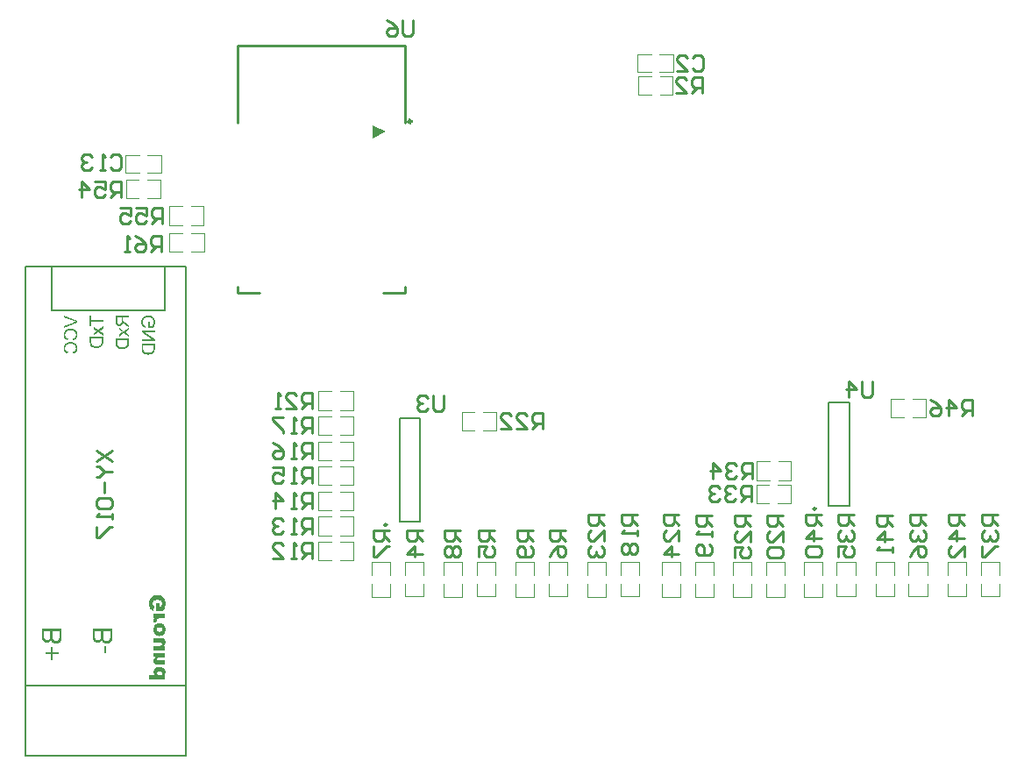
<source format=gbo>
G04*
G04 #@! TF.GenerationSoftware,Altium Limited,Altium Designer,19.0.9 (268)*
G04*
G04 Layer_Color=32896*
%FSLAX25Y25*%
%MOIN*%
G70*
G01*
G75*
%ADD10C,0.00984*%
%ADD12C,0.00787*%
%ADD14C,0.00394*%
%ADD18C,0.01000*%
%ADD73C,0.01181*%
G36*
X151398Y285925D02*
X146398Y283425D01*
Y288425D01*
X151398Y285925D01*
D02*
G37*
G36*
X28150Y94174D02*
X28140Y93908D01*
X28130Y93672D01*
X28110Y93466D01*
X28091Y93288D01*
X28071Y93151D01*
X28061Y93092D01*
X28051Y93042D01*
X28041Y93003D01*
X28032Y92974D01*
Y92954D01*
X27982Y92777D01*
X27923Y92609D01*
X27854Y92472D01*
X27795Y92354D01*
X27746Y92255D01*
X27697Y92186D01*
X27667Y92137D01*
X27658Y92127D01*
X27549Y92009D01*
X27441Y91901D01*
X27323Y91803D01*
X27205Y91724D01*
X27107Y91655D01*
X27028Y91606D01*
X26969Y91576D01*
X26949Y91566D01*
X26772Y91488D01*
X26605Y91438D01*
X26438Y91399D01*
X26290Y91370D01*
X26152Y91350D01*
X26054Y91340D01*
X26014D01*
X25985D01*
X25975D01*
X25965D01*
X25729Y91360D01*
X25512Y91399D01*
X25316Y91458D01*
X25148Y91527D01*
X25011Y91596D01*
X24912Y91655D01*
X24873Y91675D01*
X24843Y91694D01*
X24834Y91714D01*
X24824D01*
X24656Y91862D01*
X24509Y92029D01*
X24391Y92206D01*
X24292Y92373D01*
X24214Y92531D01*
X24184Y92600D01*
X24164Y92649D01*
X24145Y92698D01*
X24135Y92737D01*
X24125Y92757D01*
Y92767D01*
X24027Y92580D01*
X23909Y92422D01*
X23800Y92285D01*
X23692Y92167D01*
X23594Y92078D01*
X23515Y92019D01*
X23466Y91980D01*
X23446Y91970D01*
X23279Y91881D01*
X23121Y91812D01*
X22964Y91773D01*
X22816Y91734D01*
X22698Y91714D01*
X22600Y91704D01*
X22570D01*
X22541D01*
X22531D01*
X22521D01*
X22324Y91714D01*
X22147Y91753D01*
X21980Y91803D01*
X21832Y91852D01*
X21704Y91911D01*
X21606Y91960D01*
X21547Y91999D01*
X21537Y92009D01*
X21527D01*
X21360Y92127D01*
X21212Y92265D01*
X21094Y92393D01*
X20996Y92531D01*
X20917Y92649D01*
X20858Y92737D01*
X20839Y92777D01*
X20829Y92806D01*
X20819Y92816D01*
Y92826D01*
X20740Y93032D01*
X20681Y93259D01*
X20642Y93495D01*
X20612Y93712D01*
X20593Y93908D01*
Y93997D01*
X20583Y94066D01*
Y97047D01*
X28150D01*
Y94174D01*
D02*
G37*
G36*
X24853Y88142D02*
X26930D01*
Y87266D01*
X24853D01*
Y85210D01*
X23987D01*
Y87266D01*
X21931D01*
Y88142D01*
X23987D01*
Y90199D01*
X24853D01*
Y88142D01*
D02*
G37*
G36*
X47441Y94174D02*
X47431Y93908D01*
X47421Y93672D01*
X47402Y93466D01*
X47382Y93288D01*
X47362Y93151D01*
X47352Y93092D01*
X47343Y93042D01*
X47333Y93003D01*
X47323Y92974D01*
Y92954D01*
X47274Y92777D01*
X47215Y92609D01*
X47146Y92472D01*
X47087Y92354D01*
X47038Y92255D01*
X46988Y92186D01*
X46959Y92137D01*
X46949Y92127D01*
X46841Y92009D01*
X46733Y91901D01*
X46614Y91803D01*
X46496Y91724D01*
X46398Y91655D01*
X46319Y91606D01*
X46260Y91576D01*
X46240Y91566D01*
X46063Y91488D01*
X45896Y91438D01*
X45729Y91399D01*
X45581Y91370D01*
X45443Y91350D01*
X45345Y91340D01*
X45306D01*
X45276D01*
X45266D01*
X45257D01*
X45020Y91360D01*
X44804Y91399D01*
X44607Y91458D01*
X44440Y91527D01*
X44302Y91596D01*
X44204Y91655D01*
X44164Y91675D01*
X44135Y91694D01*
X44125Y91714D01*
X44115D01*
X43948Y91862D01*
X43800Y92029D01*
X43682Y92206D01*
X43584Y92373D01*
X43505Y92531D01*
X43475Y92600D01*
X43456Y92649D01*
X43436Y92698D01*
X43426Y92737D01*
X43416Y92757D01*
Y92767D01*
X43318Y92580D01*
X43200Y92422D01*
X43092Y92285D01*
X42983Y92167D01*
X42885Y92078D01*
X42806Y92019D01*
X42757Y91980D01*
X42737Y91970D01*
X42570Y91881D01*
X42413Y91812D01*
X42255Y91773D01*
X42108Y91734D01*
X41990Y91714D01*
X41891Y91704D01*
X41862D01*
X41832D01*
X41822D01*
X41813D01*
X41616Y91714D01*
X41439Y91753D01*
X41271Y91803D01*
X41124Y91852D01*
X40996Y91911D01*
X40897Y91960D01*
X40838Y91999D01*
X40828Y92009D01*
X40819D01*
X40651Y92127D01*
X40504Y92265D01*
X40386Y92393D01*
X40287Y92531D01*
X40209Y92649D01*
X40150Y92737D01*
X40130Y92777D01*
X40120Y92806D01*
X40110Y92816D01*
Y92826D01*
X40031Y93032D01*
X39972Y93259D01*
X39933Y93495D01*
X39904Y93712D01*
X39884Y93908D01*
Y93997D01*
X39874Y94066D01*
Y97047D01*
X47441D01*
Y94174D01*
D02*
G37*
G36*
X45168Y87591D02*
X44233D01*
Y90445D01*
X45168D01*
Y87591D01*
D02*
G37*
G36*
X64863Y109823D02*
X65178Y109783D01*
X65463Y109724D01*
X65591Y109695D01*
X65709Y109656D01*
X65807Y109626D01*
X65906Y109597D01*
X65985Y109567D01*
X66053Y109537D01*
X66113Y109508D01*
X66152Y109498D01*
X66172Y109478D01*
X66181D01*
X66437Y109331D01*
X66654Y109154D01*
X66841Y108986D01*
X66988Y108819D01*
X67106Y108662D01*
X67156Y108603D01*
X67195Y108544D01*
X67225Y108494D01*
X67244Y108465D01*
X67264Y108445D01*
Y108435D01*
X67382Y108170D01*
X67471Y107875D01*
X67529Y107589D01*
X67569Y107314D01*
X67589Y107186D01*
X67598Y107068D01*
X67608Y106959D01*
Y106871D01*
X67618Y106792D01*
Y106694D01*
X67608Y106379D01*
X67589Y106094D01*
X67559Y105838D01*
X67539Y105729D01*
X67520Y105621D01*
X67500Y105523D01*
X67480Y105444D01*
X67471Y105365D01*
X67451Y105306D01*
X67441Y105257D01*
X67431Y105228D01*
X67421Y105208D01*
Y105198D01*
X67333Y104952D01*
X67215Y104696D01*
X67087Y104450D01*
X66969Y104224D01*
X66910Y104125D01*
X66851Y104027D01*
X66801Y103938D01*
X66752Y103870D01*
X66713Y103811D01*
X66683Y103771D01*
X66673Y103742D01*
X66664Y103732D01*
X64105D01*
Y106595D01*
X65355D01*
Y105356D01*
X65916D01*
X65995Y105493D01*
X66053Y105611D01*
X66103Y105729D01*
X66152Y105828D01*
X66181Y105906D01*
X66201Y105966D01*
X66221Y106005D01*
Y106015D01*
X66270Y106221D01*
X66290Y106320D01*
X66299Y106408D01*
Y106487D01*
X66309Y106556D01*
Y106605D01*
X66290Y106832D01*
X66241Y107038D01*
X66181Y107215D01*
X66103Y107353D01*
X66024Y107471D01*
X65965Y107550D01*
X65916Y107599D01*
X65896Y107619D01*
X65807Y107678D01*
X65719Y107737D01*
X65503Y107825D01*
X65276Y107894D01*
X65050Y107934D01*
X64843Y107963D01*
X64745Y107973D01*
X64666D01*
X64597Y107983D01*
X64548D01*
X64518D01*
X64509D01*
X64341D01*
X64184Y107963D01*
X64046Y107953D01*
X63908Y107924D01*
X63790Y107904D01*
X63682Y107875D01*
X63584Y107835D01*
X63495Y107806D01*
X63416Y107776D01*
X63348Y107737D01*
X63298Y107707D01*
X63249Y107688D01*
X63220Y107658D01*
X63190Y107648D01*
X63170Y107629D01*
X63092Y107560D01*
X63033Y107481D01*
X62924Y107324D01*
X62846Y107156D01*
X62796Y107009D01*
X62767Y106871D01*
X62757Y106753D01*
X62747Y106713D01*
Y106654D01*
X62757Y106507D01*
X62777Y106379D01*
X62806Y106261D01*
X62836Y106162D01*
X62875Y106084D01*
X62905Y106034D01*
X62924Y105995D01*
X62934Y105985D01*
X63003Y105897D01*
X63092Y105808D01*
X63170Y105749D01*
X63259Y105690D01*
X63328Y105651D01*
X63387Y105621D01*
X63426Y105611D01*
X63446Y105602D01*
X63131Y103811D01*
X62924Y103879D01*
X62738Y103958D01*
X62570Y104037D01*
X62432Y104116D01*
X62324Y104194D01*
X62246Y104253D01*
X62196Y104293D01*
X62177Y104303D01*
X62039Y104430D01*
X61931Y104568D01*
X61832Y104706D01*
X61753Y104834D01*
X61694Y104952D01*
X61645Y105041D01*
X61625Y105110D01*
X61616Y105119D01*
Y105129D01*
X61586Y105228D01*
X61557Y105336D01*
X61507Y105572D01*
X61478Y105818D01*
X61448Y106054D01*
Y106172D01*
X61439Y106271D01*
Y106369D01*
X61429Y106448D01*
Y106802D01*
X61439Y106979D01*
X61458Y107146D01*
X61478Y107304D01*
X61498Y107451D01*
X61517Y107589D01*
X61547Y107707D01*
X61576Y107825D01*
X61606Y107924D01*
X61625Y108012D01*
X61655Y108081D01*
X61675Y108150D01*
X61694Y108199D01*
X61714Y108229D01*
X61724Y108248D01*
Y108258D01*
X61881Y108534D01*
X62049Y108770D01*
X62236Y108977D01*
X62413Y109144D01*
X62580Y109272D01*
X62649Y109321D01*
X62708Y109360D01*
X62757Y109400D01*
X62796Y109419D01*
X62816Y109429D01*
X62826Y109439D01*
X63102Y109577D01*
X63397Y109675D01*
X63682Y109744D01*
X63948Y109793D01*
X64066Y109813D01*
X64174Y109823D01*
X64282Y109833D01*
X64361D01*
X64430Y109843D01*
X64489D01*
X64518D01*
X64528D01*
X64863Y109823D01*
D02*
G37*
G36*
X67520Y101055D02*
X66073D01*
X65886D01*
X65709Y101046D01*
X65552Y101036D01*
X65414Y101016D01*
X65276Y100996D01*
X65168Y100977D01*
X65060Y100947D01*
X64971Y100927D01*
X64892Y100908D01*
X64824Y100878D01*
X64764Y100859D01*
X64725Y100839D01*
X64686Y100819D01*
X64666Y100809D01*
X64646Y100800D01*
X64558Y100731D01*
X64489Y100642D01*
X64440Y100563D01*
X64400Y100485D01*
X64381Y100406D01*
X64371Y100347D01*
Y100298D01*
X64381Y100229D01*
X64391Y100150D01*
X64430Y100003D01*
X64460Y99934D01*
X64479Y99884D01*
X64489Y99845D01*
X64499Y99835D01*
X63318Y99314D01*
X63239Y99471D01*
X63180Y99629D01*
X63141Y99766D01*
X63111Y99884D01*
X63092Y99983D01*
X63082Y100052D01*
Y100121D01*
X63092Y100249D01*
X63111Y100367D01*
X63141Y100465D01*
X63170Y100544D01*
X63200Y100613D01*
X63229Y100672D01*
X63249Y100701D01*
X63259Y100711D01*
X63338Y100800D01*
X63436Y100878D01*
X63534Y100957D01*
X63643Y101026D01*
X63741Y101085D01*
X63820Y101134D01*
X63879Y101164D01*
X63889Y101173D01*
X63180D01*
Y102728D01*
X67520D01*
Y101055D01*
D02*
G37*
G36*
X65561Y99225D02*
X65749Y99205D01*
X65926Y99166D01*
X66083Y99107D01*
X66241Y99048D01*
X66388Y98989D01*
X66516Y98910D01*
X66634Y98841D01*
X66742Y98773D01*
X66831Y98694D01*
X66910Y98635D01*
X66979Y98566D01*
X67028Y98517D01*
X67067Y98477D01*
X67087Y98458D01*
X67097Y98448D01*
X67185Y98320D01*
X67264Y98192D01*
X67343Y98044D01*
X67402Y97907D01*
X67490Y97621D01*
X67549Y97356D01*
X67579Y97228D01*
X67589Y97110D01*
X67598Y97011D01*
X67608Y96923D01*
X67618Y96844D01*
Y96746D01*
X67608Y96529D01*
X67589Y96332D01*
X67559Y96145D01*
X67520Y95968D01*
X67471Y95801D01*
X67412Y95653D01*
X67362Y95506D01*
X67293Y95388D01*
X67234Y95279D01*
X67185Y95181D01*
X67126Y95092D01*
X67077Y95024D01*
X67037Y94974D01*
X67008Y94935D01*
X66988Y94915D01*
X66979Y94905D01*
X66851Y94787D01*
X66723Y94689D01*
X66595Y94591D01*
X66457Y94522D01*
X66319Y94453D01*
X66181Y94404D01*
X65926Y94315D01*
X65798Y94295D01*
X65689Y94276D01*
X65591Y94256D01*
X65512Y94246D01*
X65443Y94236D01*
X65384D01*
X65355D01*
X65345D01*
X65178Y94246D01*
X65020Y94256D01*
X64735Y94325D01*
X64479Y94404D01*
X64361Y94453D01*
X64253Y94502D01*
X64164Y94561D01*
X64076Y94610D01*
X64007Y94650D01*
X63948Y94689D01*
X63899Y94728D01*
X63869Y94758D01*
X63849Y94768D01*
X63840Y94778D01*
X63702Y94905D01*
X63594Y95053D01*
X63485Y95210D01*
X63397Y95368D01*
X63328Y95535D01*
X63269Y95693D01*
X63220Y95860D01*
X63180Y96017D01*
X63141Y96165D01*
X63121Y96303D01*
X63102Y96431D01*
X63092Y96539D01*
X63082Y96627D01*
Y96755D01*
X63092Y96962D01*
X63111Y97159D01*
X63141Y97346D01*
X63180Y97523D01*
X63229Y97680D01*
X63288Y97828D01*
X63348Y97966D01*
X63407Y98084D01*
X63466Y98202D01*
X63525Y98290D01*
X63584Y98379D01*
X63633Y98448D01*
X63672Y98497D01*
X63702Y98536D01*
X63722Y98556D01*
X63731Y98566D01*
X63859Y98684D01*
X63987Y98782D01*
X64115Y98871D01*
X64253Y98950D01*
X64391Y99019D01*
X64528Y99068D01*
X64784Y99146D01*
X64902Y99176D01*
X65020Y99196D01*
X65119Y99215D01*
X65197Y99225D01*
X65266Y99235D01*
X65325D01*
X65355D01*
X65365D01*
X65561Y99225D01*
D02*
G37*
G36*
X66241Y93439D02*
X66378Y93420D01*
X66506Y93400D01*
X66614Y93370D01*
X66723Y93341D01*
X66821Y93301D01*
X66900Y93262D01*
X66979Y93233D01*
X67037Y93193D01*
X67097Y93164D01*
X67136Y93134D01*
X67175Y93115D01*
X67195Y93095D01*
X67215Y93075D01*
X67352Y92918D01*
X67451Y92741D01*
X67520Y92563D01*
X67569Y92386D01*
X67598Y92229D01*
X67608Y92160D01*
Y92111D01*
X67618Y92062D01*
Y91993D01*
X67608Y91806D01*
X67589Y91638D01*
X67559Y91491D01*
X67529Y91363D01*
X67500Y91265D01*
X67471Y91186D01*
X67451Y91146D01*
X67441Y91127D01*
X67362Y90999D01*
X67264Y90871D01*
X67165Y90743D01*
X67057Y90635D01*
X66969Y90546D01*
X66890Y90477D01*
X66841Y90438D01*
X66821Y90418D01*
X67520D01*
Y88864D01*
X63180D01*
Y90527D01*
X65276D01*
X65483Y90536D01*
X65650Y90556D01*
X65798Y90586D01*
X65906Y90625D01*
X65995Y90664D01*
X66044Y90694D01*
X66083Y90714D01*
X66093Y90723D01*
X66172Y90802D01*
X66221Y90881D01*
X66260Y90960D01*
X66290Y91038D01*
X66309Y91107D01*
X66319Y91166D01*
Y91215D01*
X66309Y91314D01*
X66290Y91392D01*
X66270Y91471D01*
X66231Y91530D01*
X66201Y91580D01*
X66181Y91609D01*
X66162Y91629D01*
X66152Y91638D01*
X66083Y91688D01*
X65995Y91727D01*
X65896Y91747D01*
X65798Y91766D01*
X65709Y91776D01*
X65640Y91786D01*
X65591D01*
X65571D01*
X63180D01*
Y93459D01*
X65945D01*
X66103D01*
X66241Y93439D01*
D02*
G37*
G36*
X67520Y86187D02*
X65443D01*
X65237Y86177D01*
X65070Y86158D01*
X64922Y86128D01*
X64814Y86089D01*
X64725Y86059D01*
X64666Y86030D01*
X64637Y86010D01*
X64627Y86000D01*
X64548Y85922D01*
X64489Y85843D01*
X64450Y85764D01*
X64420Y85685D01*
X64400Y85616D01*
X64391Y85557D01*
Y85508D01*
X64400Y85410D01*
X64420Y85321D01*
X64450Y85252D01*
X64479Y85193D01*
X64509Y85144D01*
X64538Y85115D01*
X64558Y85095D01*
X64568Y85085D01*
X64637Y85036D01*
X64725Y84996D01*
X64824Y84967D01*
X64912Y84947D01*
X65001Y84938D01*
X65070Y84928D01*
X65119D01*
X65138D01*
X67520D01*
Y83255D01*
X64764D01*
X64607D01*
X64460Y83275D01*
X64332Y83294D01*
X64204Y83314D01*
X64086Y83343D01*
X63987Y83383D01*
X63889Y83412D01*
X63810Y83452D01*
X63731Y83491D01*
X63672Y83521D01*
X63613Y83560D01*
X63574Y83589D01*
X63534Y83609D01*
X63515Y83629D01*
X63495Y83648D01*
X63357Y83806D01*
X63259Y83983D01*
X63180Y84160D01*
X63131Y84337D01*
X63102Y84495D01*
X63092Y84564D01*
Y84613D01*
X63082Y84662D01*
Y84731D01*
X63092Y84918D01*
X63111Y85085D01*
X63141Y85233D01*
X63170Y85361D01*
X63210Y85469D01*
X63239Y85538D01*
X63259Y85587D01*
X63269Y85607D01*
X63348Y85734D01*
X63446Y85862D01*
X63554Y85980D01*
X63653Y86089D01*
X63751Y86177D01*
X63830Y86246D01*
X63879Y86286D01*
X63889Y86305D01*
X63180D01*
Y87850D01*
X67520D01*
Y86187D01*
D02*
G37*
G36*
X65483Y82458D02*
X65650Y82448D01*
X65965Y82399D01*
X66113Y82359D01*
X66250Y82320D01*
X66378Y82281D01*
X66487Y82231D01*
X66595Y82192D01*
X66683Y82153D01*
X66762Y82113D01*
X66831Y82074D01*
X66880Y82045D01*
X66919Y82025D01*
X66939Y82005D01*
X66949D01*
X67067Y81917D01*
X67165Y81808D01*
X67254Y81700D01*
X67333Y81592D01*
X67402Y81484D01*
X67451Y81366D01*
X67529Y81149D01*
X67579Y80952D01*
X67598Y80864D01*
X67608Y80795D01*
X67618Y80736D01*
Y80647D01*
X67608Y80490D01*
X67589Y80332D01*
X67559Y80204D01*
X67520Y80086D01*
X67490Y79988D01*
X67461Y79909D01*
X67441Y79870D01*
X67431Y79850D01*
X67372Y79742D01*
X67283Y79644D01*
X67195Y79535D01*
X67106Y79447D01*
X67018Y79368D01*
X66949Y79309D01*
X66900Y79260D01*
X66880Y79250D01*
X67520D01*
Y77685D01*
X61527D01*
Y79368D01*
X63613D01*
X63515Y79466D01*
X63436Y79565D01*
X63367Y79653D01*
X63318Y79742D01*
X63279Y79821D01*
X63239Y79880D01*
X63229Y79929D01*
X63220Y79939D01*
X63170Y80057D01*
X63141Y80185D01*
X63111Y80293D01*
X63102Y80401D01*
X63092Y80500D01*
X63082Y80568D01*
Y80637D01*
X63092Y80785D01*
X63111Y80923D01*
X63131Y81051D01*
X63170Y81179D01*
X63269Y81405D01*
X63367Y81592D01*
X63426Y81680D01*
X63476Y81749D01*
X63525Y81808D01*
X63574Y81858D01*
X63613Y81907D01*
X63633Y81936D01*
X63653Y81946D01*
X63662Y81956D01*
X63771Y82045D01*
X63899Y82123D01*
X64026Y82192D01*
X64164Y82251D01*
X64430Y82340D01*
X64696Y82399D01*
X64824Y82428D01*
X64932Y82438D01*
X65040Y82448D01*
X65129Y82458D01*
X65207Y82468D01*
X65257D01*
X65296D01*
X65306D01*
X65483Y82458D01*
D02*
G37*
G36*
X34055Y214193D02*
Y213498D01*
X29010Y211530D01*
Y212206D01*
X32678Y213570D01*
X32828Y213629D01*
X32979Y213682D01*
X33124Y213728D01*
X33248Y213767D01*
X33353Y213800D01*
X33393Y213813D01*
X33432Y213826D01*
X33465Y213833D01*
X33484Y213839D01*
X33498Y213846D01*
X33504D01*
X33360Y213885D01*
X33209Y213931D01*
X33071Y213977D01*
X32947Y214016D01*
X32835Y214056D01*
X32789Y214069D01*
X32750Y214082D01*
X32723Y214095D01*
X32697Y214102D01*
X32684Y214108D01*
X32678D01*
X29010Y215420D01*
Y216148D01*
X34055Y214193D01*
D02*
G37*
G36*
X31759Y211117D02*
X32015Y211090D01*
X32127Y211071D01*
X32238Y211045D01*
X32343Y211025D01*
X32441Y210999D01*
X32533Y210972D01*
X32612Y210953D01*
X32678Y210927D01*
X32737Y210907D01*
X32783Y210894D01*
X32822Y210881D01*
X32842Y210868D01*
X32848D01*
X32960Y210815D01*
X33071Y210756D01*
X33169Y210697D01*
X33261Y210631D01*
X33353Y210566D01*
X33432Y210500D01*
X33504Y210441D01*
X33563Y210375D01*
X33622Y210316D01*
X33675Y210264D01*
X33714Y210211D01*
X33747Y210172D01*
X33780Y210133D01*
X33799Y210106D01*
X33806Y210093D01*
X33812Y210087D01*
X33871Y209988D01*
X33917Y209883D01*
X33963Y209772D01*
X34003Y209660D01*
X34062Y209437D01*
X34101Y209227D01*
X34114Y209129D01*
X34121Y209044D01*
X34127Y208959D01*
X34134Y208893D01*
X34140Y208834D01*
Y208755D01*
X34134Y208611D01*
X34121Y208473D01*
X34101Y208342D01*
X34075Y208217D01*
X34042Y208099D01*
X34003Y207988D01*
X33970Y207889D01*
X33924Y207791D01*
X33885Y207712D01*
X33852Y207640D01*
X33812Y207574D01*
X33780Y207522D01*
X33753Y207476D01*
X33734Y207450D01*
X33721Y207430D01*
X33714Y207423D01*
X33629Y207325D01*
X33537Y207233D01*
X33439Y207148D01*
X33334Y207076D01*
X33229Y207004D01*
X33130Y206945D01*
X33025Y206886D01*
X32927Y206840D01*
X32828Y206794D01*
X32743Y206761D01*
X32664Y206728D01*
X32599Y206702D01*
X32540Y206689D01*
X32494Y206676D01*
X32468Y206663D01*
X32461D01*
X32291Y207332D01*
X32409Y207364D01*
X32513Y207397D01*
X32612Y207437D01*
X32710Y207476D01*
X32796Y207522D01*
X32874Y207561D01*
X32947Y207607D01*
X33005Y207653D01*
X33065Y207693D01*
X33110Y207732D01*
X33156Y207771D01*
X33189Y207797D01*
X33215Y207824D01*
X33235Y207843D01*
X33242Y207856D01*
X33248Y207863D01*
X33307Y207935D01*
X33353Y208014D01*
X33399Y208093D01*
X33432Y208178D01*
X33491Y208335D01*
X33530Y208486D01*
X33543Y208552D01*
X33550Y208617D01*
X33557Y208670D01*
X33563Y208722D01*
X33570Y208762D01*
Y208814D01*
X33557Y208985D01*
X33530Y209142D01*
X33498Y209286D01*
X33452Y209418D01*
X33406Y209523D01*
X33386Y209569D01*
X33373Y209601D01*
X33353Y209634D01*
X33347Y209654D01*
X33334Y209667D01*
Y209674D01*
X33235Y209811D01*
X33124Y209929D01*
X33005Y210028D01*
X32887Y210113D01*
X32783Y210179D01*
X32737Y210198D01*
X32697Y210218D01*
X32664Y210238D01*
X32638Y210251D01*
X32625Y210257D01*
X32618D01*
X32435Y210316D01*
X32238Y210362D01*
X32054Y210395D01*
X31877Y210415D01*
X31798Y210428D01*
X31726D01*
X31661Y210435D01*
X31602Y210441D01*
X31556D01*
X31523D01*
X31503D01*
X31497D01*
X31313Y210435D01*
X31136Y210415D01*
X30972Y210389D01*
X30821Y210362D01*
X30762Y210349D01*
X30703Y210336D01*
X30650Y210323D01*
X30605Y210310D01*
X30572Y210297D01*
X30545Y210290D01*
X30532Y210284D01*
X30526D01*
X30355Y210218D01*
X30211Y210133D01*
X30080Y210041D01*
X29975Y209949D01*
X29890Y209870D01*
X29831Y209805D01*
X29804Y209778D01*
X29791Y209759D01*
X29778Y209746D01*
Y209739D01*
X29726Y209660D01*
X29686Y209582D01*
X29614Y209418D01*
X29561Y209254D01*
X29529Y209103D01*
X29522Y209031D01*
X29509Y208965D01*
X29502Y208906D01*
Y208860D01*
X29496Y208821D01*
Y208762D01*
X29509Y208578D01*
X29535Y208414D01*
X29575Y208270D01*
X29621Y208145D01*
X29673Y208047D01*
X29693Y208007D01*
X29712Y207975D01*
X29726Y207948D01*
X29739Y207929D01*
X29752Y207922D01*
Y207915D01*
X29804Y207856D01*
X29857Y207797D01*
X29981Y207693D01*
X30113Y207607D01*
X30244Y207535D01*
X30362Y207476D01*
X30414Y207456D01*
X30460Y207437D01*
X30500Y207423D01*
X30526Y207410D01*
X30545Y207404D01*
X30552D01*
X30395Y206748D01*
X30270Y206787D01*
X30145Y206840D01*
X30034Y206892D01*
X29929Y206951D01*
X29837Y207010D01*
X29745Y207069D01*
X29667Y207128D01*
X29594Y207187D01*
X29529Y207246D01*
X29470Y207299D01*
X29424Y207351D01*
X29384Y207391D01*
X29352Y207423D01*
X29332Y207456D01*
X29319Y207469D01*
X29312Y207476D01*
X29247Y207574D01*
X29181Y207679D01*
X29135Y207784D01*
X29089Y207889D01*
X29050Y208001D01*
X29017Y208106D01*
X28971Y208302D01*
X28958Y208394D01*
X28945Y208480D01*
X28938Y208558D01*
X28932Y208624D01*
X28925Y208677D01*
Y208873D01*
X28938Y208991D01*
X28971Y209221D01*
X29024Y209431D01*
X29050Y209523D01*
X29076Y209614D01*
X29109Y209693D01*
X29135Y209765D01*
X29161Y209824D01*
X29188Y209877D01*
X29207Y209916D01*
X29220Y209949D01*
X29227Y209969D01*
X29234Y209975D01*
X29293Y210074D01*
X29358Y210172D01*
X29502Y210343D01*
X29647Y210494D01*
X29791Y210612D01*
X29863Y210664D01*
X29922Y210710D01*
X29981Y210749D01*
X30027Y210776D01*
X30067Y210802D01*
X30099Y210822D01*
X30119Y210828D01*
X30126Y210835D01*
X30237Y210887D01*
X30355Y210933D01*
X30585Y211005D01*
X30814Y211058D01*
X30926Y211077D01*
X31031Y211090D01*
X31129Y211104D01*
X31215Y211117D01*
X31293Y211123D01*
X31365D01*
X31418Y211130D01*
X31464D01*
X31490D01*
X31497D01*
X31759Y211117D01*
D02*
G37*
G36*
Y206026D02*
X32015Y206000D01*
X32127Y205980D01*
X32238Y205954D01*
X32343Y205934D01*
X32441Y205908D01*
X32533Y205882D01*
X32612Y205862D01*
X32678Y205836D01*
X32737Y205816D01*
X32783Y205803D01*
X32822Y205790D01*
X32842Y205777D01*
X32848D01*
X32960Y205724D01*
X33071Y205665D01*
X33169Y205606D01*
X33261Y205541D01*
X33353Y205475D01*
X33432Y205410D01*
X33504Y205350D01*
X33563Y205285D01*
X33622Y205226D01*
X33675Y205173D01*
X33714Y205121D01*
X33747Y205082D01*
X33780Y205042D01*
X33799Y205016D01*
X33806Y205003D01*
X33812Y204996D01*
X33871Y204898D01*
X33917Y204793D01*
X33963Y204681D01*
X34003Y204570D01*
X34062Y204347D01*
X34101Y204137D01*
X34114Y204039D01*
X34121Y203953D01*
X34127Y203868D01*
X34134Y203802D01*
X34140Y203743D01*
Y203665D01*
X34134Y203520D01*
X34121Y203382D01*
X34101Y203251D01*
X34075Y203127D01*
X34042Y203009D01*
X34003Y202897D01*
X33970Y202799D01*
X33924Y202700D01*
X33885Y202622D01*
X33852Y202549D01*
X33812Y202484D01*
X33780Y202431D01*
X33753Y202385D01*
X33734Y202359D01*
X33721Y202340D01*
X33714Y202333D01*
X33629Y202235D01*
X33537Y202143D01*
X33439Y202057D01*
X33334Y201985D01*
X33229Y201913D01*
X33130Y201854D01*
X33025Y201795D01*
X32927Y201749D01*
X32828Y201703D01*
X32743Y201670D01*
X32664Y201638D01*
X32599Y201611D01*
X32540Y201598D01*
X32494Y201585D01*
X32468Y201572D01*
X32461D01*
X32291Y202241D01*
X32409Y202274D01*
X32513Y202307D01*
X32612Y202346D01*
X32710Y202385D01*
X32796Y202431D01*
X32874Y202471D01*
X32947Y202517D01*
X33005Y202562D01*
X33065Y202602D01*
X33110Y202641D01*
X33156Y202681D01*
X33189Y202707D01*
X33215Y202733D01*
X33235Y202753D01*
X33242Y202766D01*
X33248Y202772D01*
X33307Y202845D01*
X33353Y202923D01*
X33399Y203002D01*
X33432Y203087D01*
X33491Y203245D01*
X33530Y203396D01*
X33543Y203461D01*
X33550Y203527D01*
X33557Y203579D01*
X33563Y203632D01*
X33570Y203671D01*
Y203724D01*
X33557Y203894D01*
X33530Y204052D01*
X33498Y204196D01*
X33452Y204327D01*
X33406Y204432D01*
X33386Y204478D01*
X33373Y204511D01*
X33353Y204544D01*
X33347Y204563D01*
X33334Y204576D01*
Y204583D01*
X33235Y204721D01*
X33124Y204839D01*
X33005Y204937D01*
X32887Y205023D01*
X32783Y205088D01*
X32737Y205108D01*
X32697Y205128D01*
X32664Y205147D01*
X32638Y205160D01*
X32625Y205167D01*
X32618D01*
X32435Y205226D01*
X32238Y205272D01*
X32054Y205305D01*
X31877Y205324D01*
X31798Y205337D01*
X31726D01*
X31661Y205344D01*
X31602Y205350D01*
X31556D01*
X31523D01*
X31503D01*
X31497D01*
X31313Y205344D01*
X31136Y205324D01*
X30972Y205298D01*
X30821Y205272D01*
X30762Y205259D01*
X30703Y205246D01*
X30650Y205233D01*
X30605Y205219D01*
X30572Y205206D01*
X30545Y205200D01*
X30532Y205193D01*
X30526D01*
X30355Y205128D01*
X30211Y205042D01*
X30080Y204950D01*
X29975Y204858D01*
X29890Y204780D01*
X29831Y204714D01*
X29804Y204688D01*
X29791Y204668D01*
X29778Y204655D01*
Y204649D01*
X29726Y204570D01*
X29686Y204491D01*
X29614Y204327D01*
X29561Y204163D01*
X29529Y204012D01*
X29522Y203940D01*
X29509Y203874D01*
X29502Y203816D01*
Y203770D01*
X29496Y203730D01*
Y203671D01*
X29509Y203487D01*
X29535Y203324D01*
X29575Y203179D01*
X29621Y203054D01*
X29673Y202956D01*
X29693Y202917D01*
X29712Y202884D01*
X29726Y202858D01*
X29739Y202838D01*
X29752Y202832D01*
Y202825D01*
X29804Y202766D01*
X29857Y202707D01*
X29981Y202602D01*
X30113Y202517D01*
X30244Y202445D01*
X30362Y202385D01*
X30414Y202366D01*
X30460Y202346D01*
X30500Y202333D01*
X30526Y202320D01*
X30545Y202313D01*
X30552D01*
X30395Y201657D01*
X30270Y201697D01*
X30145Y201749D01*
X30034Y201802D01*
X29929Y201861D01*
X29837Y201920D01*
X29745Y201979D01*
X29667Y202038D01*
X29594Y202097D01*
X29529Y202156D01*
X29470Y202208D01*
X29424Y202261D01*
X29384Y202300D01*
X29352Y202333D01*
X29332Y202366D01*
X29319Y202379D01*
X29312Y202385D01*
X29247Y202484D01*
X29181Y202589D01*
X29135Y202694D01*
X29089Y202799D01*
X29050Y202910D01*
X29017Y203015D01*
X28971Y203212D01*
X28958Y203304D01*
X28945Y203389D01*
X28938Y203468D01*
X28932Y203533D01*
X28925Y203586D01*
Y203783D01*
X28938Y203901D01*
X28971Y204130D01*
X29024Y204340D01*
X29050Y204432D01*
X29076Y204524D01*
X29109Y204603D01*
X29135Y204675D01*
X29161Y204734D01*
X29188Y204786D01*
X29207Y204826D01*
X29220Y204858D01*
X29227Y204878D01*
X29234Y204885D01*
X29293Y204983D01*
X29358Y205082D01*
X29502Y205252D01*
X29647Y205403D01*
X29791Y205521D01*
X29863Y205574D01*
X29922Y205620D01*
X29981Y205659D01*
X30027Y205685D01*
X30067Y205711D01*
X30099Y205731D01*
X30119Y205738D01*
X30126Y205744D01*
X30237Y205797D01*
X30355Y205842D01*
X30585Y205915D01*
X30814Y205967D01*
X30926Y205987D01*
X31031Y206000D01*
X31129Y206013D01*
X31215Y206026D01*
X31293Y206033D01*
X31365D01*
X31418Y206039D01*
X31464D01*
X31490D01*
X31497D01*
X31759Y206026D01*
D02*
G37*
G36*
X39450Y214482D02*
X43898D01*
Y213813D01*
X39450D01*
Y212153D01*
X38853D01*
Y216142D01*
X39450D01*
Y214482D01*
D02*
G37*
G36*
X43898Y211209D02*
X42487Y210225D01*
X42769Y210048D01*
X43898Y209286D01*
Y208532D01*
X42002Y209870D01*
X40244Y208630D01*
Y209372D01*
X41110Y209988D01*
X41247Y210087D01*
X41313Y210133D01*
X41379Y210179D01*
X41431Y210211D01*
X41470Y210244D01*
X41497Y210264D01*
X41510Y210271D01*
X41444Y210310D01*
X41379Y210349D01*
X41313Y210395D01*
X41247Y210435D01*
X41195Y210467D01*
X41149Y210494D01*
X41123Y210513D01*
X41110Y210520D01*
X40244Y211104D01*
Y211858D01*
X42008Y210618D01*
X43898Y211956D01*
Y211209D01*
D02*
G37*
G36*
Y206118D02*
X43891Y205954D01*
X43885Y205797D01*
X43871Y205659D01*
X43852Y205541D01*
X43839Y205442D01*
X43832Y205403D01*
X43826Y205370D01*
X43819Y205344D01*
Y205324D01*
X43812Y205318D01*
Y205311D01*
X43780Y205187D01*
X43740Y205068D01*
X43694Y204963D01*
X43655Y204878D01*
X43622Y204806D01*
X43589Y204754D01*
X43570Y204721D01*
X43563Y204708D01*
X43491Y204616D01*
X43419Y204524D01*
X43340Y204445D01*
X43268Y204380D01*
X43202Y204321D01*
X43150Y204281D01*
X43117Y204248D01*
X43104Y204242D01*
X42992Y204170D01*
X42868Y204098D01*
X42743Y204039D01*
X42625Y203993D01*
X42527Y203953D01*
X42481Y203940D01*
X42441Y203927D01*
X42415Y203914D01*
X42389Y203907D01*
X42376Y203901D01*
X42369D01*
X42199Y203855D01*
X42022Y203822D01*
X41851Y203796D01*
X41693Y203783D01*
X41621Y203776D01*
X41556Y203770D01*
X41497D01*
X41451Y203763D01*
X41405D01*
X41379D01*
X41359D01*
X41352D01*
X41110Y203770D01*
X40880Y203796D01*
X40775Y203809D01*
X40677Y203829D01*
X40585Y203848D01*
X40500Y203861D01*
X40421Y203881D01*
X40355Y203901D01*
X40296Y203921D01*
X40244Y203934D01*
X40204Y203947D01*
X40178Y203960D01*
X40158Y203966D01*
X40152D01*
X39962Y204045D01*
X39798Y204144D01*
X39647Y204242D01*
X39522Y204340D01*
X39470Y204386D01*
X39424Y204426D01*
X39384Y204465D01*
X39352Y204498D01*
X39325Y204524D01*
X39306Y204544D01*
X39299Y204557D01*
X39292Y204563D01*
X39201Y204681D01*
X39122Y204806D01*
X39063Y204931D01*
X39010Y205049D01*
X38978Y205147D01*
X38965Y205193D01*
X38951Y205233D01*
X38945Y205259D01*
X38938Y205285D01*
X38932Y205298D01*
Y205305D01*
X38906Y205429D01*
X38886Y205574D01*
X38873Y205724D01*
X38860Y205869D01*
Y205993D01*
X38853Y206052D01*
Y207935D01*
X43898D01*
Y206118D01*
D02*
G37*
G36*
X53740Y215473D02*
X51503D01*
Y214607D01*
X51510Y214534D01*
Y214469D01*
X51516Y214416D01*
X51523Y214377D01*
Y214351D01*
X51529Y214338D01*
Y214331D01*
X51569Y214220D01*
X51588Y214167D01*
X51615Y214121D01*
X51634Y214082D01*
X51654Y214056D01*
X51661Y214036D01*
X51667Y214029D01*
X51713Y213970D01*
X51759Y213911D01*
X51818Y213852D01*
X51877Y213800D01*
X51923Y213754D01*
X51969Y213721D01*
X51995Y213695D01*
X52008Y213688D01*
X52107Y213610D01*
X52218Y213531D01*
X52330Y213452D01*
X52441Y213373D01*
X52540Y213308D01*
X52586Y213275D01*
X52625Y213249D01*
X52651Y213229D01*
X52677Y213216D01*
X52691Y213203D01*
X52697D01*
X53740Y212540D01*
Y211701D01*
X52376Y212573D01*
X52231Y212671D01*
X52100Y212770D01*
X51982Y212862D01*
X51890Y212947D01*
X51811Y213026D01*
X51753Y213078D01*
X51720Y213118D01*
X51707Y213124D01*
Y213131D01*
X51661Y213190D01*
X51615Y213249D01*
X51529Y213380D01*
X51497Y213439D01*
X51470Y213485D01*
X51457Y213518D01*
X51451Y213531D01*
X51431Y213400D01*
X51405Y213275D01*
X51372Y213163D01*
X51339Y213058D01*
X51300Y212960D01*
X51261Y212868D01*
X51221Y212790D01*
X51182Y212717D01*
X51142Y212658D01*
X51103Y212606D01*
X51070Y212560D01*
X51044Y212521D01*
X51018Y212494D01*
X50998Y212468D01*
X50991Y212462D01*
X50985Y212455D01*
X50913Y212396D01*
X50841Y212337D01*
X50762Y212291D01*
X50690Y212252D01*
X50539Y212193D01*
X50395Y212153D01*
X50270Y212127D01*
X50217Y212120D01*
X50172Y212114D01*
X50132Y212107D01*
X50106D01*
X50086D01*
X50080D01*
X49929Y212114D01*
X49784Y212140D01*
X49653Y212173D01*
X49542Y212212D01*
X49450Y212252D01*
X49378Y212284D01*
X49352Y212298D01*
X49332Y212311D01*
X49325Y212317D01*
X49319D01*
X49201Y212403D01*
X49096Y212494D01*
X49010Y212586D01*
X48945Y212678D01*
X48892Y212757D01*
X48860Y212822D01*
X48846Y212849D01*
X48840Y212868D01*
X48833Y212875D01*
Y212881D01*
X48807Y212947D01*
X48787Y213026D01*
X48755Y213190D01*
X48728Y213360D01*
X48715Y213524D01*
X48709Y213603D01*
X48702Y213675D01*
Y213734D01*
X48695Y213793D01*
Y216142D01*
X53740D01*
Y215473D01*
D02*
G37*
G36*
Y210808D02*
X52330Y209824D01*
X52612Y209647D01*
X53740Y208886D01*
Y208132D01*
X51844Y209470D01*
X50086Y208230D01*
Y208972D01*
X50952Y209588D01*
X51090Y209687D01*
X51156Y209733D01*
X51221Y209778D01*
X51274Y209811D01*
X51313Y209844D01*
X51339Y209864D01*
X51352Y209870D01*
X51287Y209910D01*
X51221Y209949D01*
X51156Y209995D01*
X51090Y210034D01*
X51037Y210067D01*
X50991Y210093D01*
X50965Y210113D01*
X50952Y210120D01*
X50086Y210703D01*
Y211458D01*
X51851Y210218D01*
X53740Y211556D01*
Y210808D01*
D02*
G37*
G36*
Y205718D02*
X53734Y205554D01*
X53727Y205397D01*
X53714Y205259D01*
X53694Y205141D01*
X53681Y205042D01*
X53675Y205003D01*
X53668Y204970D01*
X53661Y204944D01*
Y204924D01*
X53655Y204918D01*
Y204911D01*
X53622Y204786D01*
X53583Y204668D01*
X53537Y204563D01*
X53497Y204478D01*
X53465Y204406D01*
X53432Y204353D01*
X53412Y204321D01*
X53406Y204308D01*
X53333Y204216D01*
X53261Y204124D01*
X53183Y204045D01*
X53110Y203979D01*
X53045Y203921D01*
X52992Y203881D01*
X52960Y203848D01*
X52946Y203842D01*
X52835Y203770D01*
X52710Y203697D01*
X52586Y203638D01*
X52468Y203592D01*
X52369Y203553D01*
X52323Y203540D01*
X52284Y203527D01*
X52258Y203514D01*
X52231Y203507D01*
X52218Y203501D01*
X52212D01*
X52041Y203455D01*
X51864Y203422D01*
X51693Y203396D01*
X51536Y203382D01*
X51464Y203376D01*
X51398Y203369D01*
X51339D01*
X51293Y203363D01*
X51247D01*
X51221D01*
X51201D01*
X51195D01*
X50952Y203369D01*
X50723Y203396D01*
X50618Y203409D01*
X50519Y203428D01*
X50427Y203448D01*
X50342Y203461D01*
X50263Y203481D01*
X50198Y203501D01*
X50139Y203520D01*
X50086Y203533D01*
X50047Y203547D01*
X50021Y203560D01*
X50001Y203566D01*
X49994D01*
X49804Y203645D01*
X49640Y203743D01*
X49489Y203842D01*
X49365Y203940D01*
X49312Y203986D01*
X49266Y204025D01*
X49227Y204065D01*
X49194Y204098D01*
X49168Y204124D01*
X49148Y204144D01*
X49142Y204157D01*
X49135Y204163D01*
X49043Y204281D01*
X48965Y204406D01*
X48905Y204531D01*
X48853Y204649D01*
X48820Y204747D01*
X48807Y204793D01*
X48794Y204832D01*
X48787Y204858D01*
X48781Y204885D01*
X48774Y204898D01*
Y204904D01*
X48748Y205029D01*
X48728Y205173D01*
X48715Y205324D01*
X48702Y205469D01*
Y205593D01*
X48695Y205652D01*
Y207535D01*
X53740D01*
Y205718D01*
D02*
G37*
G36*
X61228Y216135D02*
X61359Y216129D01*
X61615Y216096D01*
X61733Y216070D01*
X61838Y216043D01*
X61943Y216017D01*
X62041Y215984D01*
X62126Y215958D01*
X62205Y215932D01*
X62271Y215906D01*
X62330Y215879D01*
X62376Y215860D01*
X62408Y215846D01*
X62428Y215833D01*
X62435D01*
X62546Y215774D01*
X62645Y215709D01*
X62743Y215637D01*
X62828Y215558D01*
X62914Y215486D01*
X62986Y215407D01*
X63058Y215335D01*
X63117Y215263D01*
X63169Y215191D01*
X63222Y215131D01*
X63261Y215072D01*
X63294Y215020D01*
X63320Y214981D01*
X63340Y214948D01*
X63346Y214928D01*
X63353Y214922D01*
X63406Y214804D01*
X63458Y214685D01*
X63537Y214456D01*
X63589Y214226D01*
X63609Y214121D01*
X63629Y214016D01*
X63642Y213924D01*
X63648Y213839D01*
X63661Y213760D01*
Y213695D01*
X63668Y213642D01*
Y213570D01*
X63661Y213367D01*
X63635Y213170D01*
X63602Y212986D01*
X63570Y212822D01*
X63550Y212757D01*
X63530Y212691D01*
X63517Y212632D01*
X63504Y212586D01*
X63491Y212547D01*
X63478Y212521D01*
X63471Y212501D01*
Y212494D01*
X63392Y212298D01*
X63294Y212114D01*
X63202Y211943D01*
X63104Y211786D01*
X63058Y211720D01*
X63019Y211661D01*
X62986Y211609D01*
X62953Y211563D01*
X62927Y211524D01*
X62907Y211497D01*
X62894Y211484D01*
X62887Y211478D01*
X61011D01*
Y213616D01*
X61608D01*
Y212134D01*
X62553D01*
X62625Y212225D01*
X62691Y212324D01*
X62750Y212429D01*
X62802Y212527D01*
X62848Y212619D01*
X62881Y212698D01*
X62887Y212724D01*
X62900Y212744D01*
X62907Y212757D01*
Y212763D01*
X62959Y212921D01*
X62999Y213072D01*
X63032Y213209D01*
X63051Y213341D01*
X63064Y213452D01*
Y213498D01*
X63071Y213537D01*
Y213610D01*
X63064Y213793D01*
X63038Y213970D01*
X63005Y214128D01*
X62959Y214266D01*
X62940Y214331D01*
X62920Y214384D01*
X62907Y214436D01*
X62887Y214475D01*
X62874Y214508D01*
X62861Y214534D01*
X62854Y214548D01*
Y214554D01*
X62763Y214712D01*
X62658Y214843D01*
X62540Y214961D01*
X62435Y215053D01*
X62336Y215125D01*
X62290Y215158D01*
X62251Y215177D01*
X62225Y215197D01*
X62199Y215210D01*
X62185Y215223D01*
X62179D01*
X62002Y215302D01*
X61812Y215354D01*
X61621Y215394D01*
X61444Y215427D01*
X61365Y215433D01*
X61287Y215440D01*
X61221Y215446D01*
X61162D01*
X61116Y215453D01*
X61083D01*
X61057D01*
X61050D01*
X60847Y215446D01*
X60657Y215420D01*
X60486Y215394D01*
X60335Y215354D01*
X60270Y215341D01*
X60211Y215322D01*
X60158Y215309D01*
X60112Y215289D01*
X60080Y215282D01*
X60053Y215269D01*
X60040Y215263D01*
X60034D01*
X59935Y215217D01*
X59837Y215164D01*
X59752Y215112D01*
X59680Y215066D01*
X59620Y215020D01*
X59575Y214981D01*
X59548Y214954D01*
X59535Y214948D01*
X59456Y214869D01*
X59378Y214777D01*
X59319Y214685D01*
X59266Y214600D01*
X59220Y214528D01*
X59194Y214462D01*
X59174Y214423D01*
X59168Y214416D01*
Y214410D01*
X59122Y214279D01*
X59083Y214147D01*
X59056Y214010D01*
X59043Y213885D01*
X59030Y213780D01*
Y213734D01*
X59023Y213695D01*
Y213616D01*
X59030Y213478D01*
X59043Y213347D01*
X59069Y213229D01*
X59089Y213131D01*
X59115Y213045D01*
X59142Y212980D01*
X59155Y212941D01*
X59161Y212934D01*
Y212927D01*
X59214Y212816D01*
X59273Y212717D01*
X59332Y212632D01*
X59384Y212566D01*
X59437Y212514D01*
X59476Y212475D01*
X59502Y212449D01*
X59516Y212442D01*
X59601Y212383D01*
X59699Y212324D01*
X59804Y212278D01*
X59896Y212239D01*
X59988Y212206D01*
X60053Y212179D01*
X60080Y212173D01*
X60099Y212166D01*
X60112Y212160D01*
X60119D01*
X59955Y211556D01*
X59771Y211609D01*
X59607Y211674D01*
X59470Y211733D01*
X59351Y211799D01*
X59253Y211858D01*
X59214Y211878D01*
X59188Y211904D01*
X59161Y211917D01*
X59142Y211930D01*
X59135Y211943D01*
X59128D01*
X59017Y212042D01*
X58918Y212153D01*
X58833Y212271D01*
X58761Y212383D01*
X58709Y212481D01*
X58689Y212521D01*
X58669Y212560D01*
X58656Y212593D01*
X58643Y212612D01*
X58636Y212626D01*
Y212632D01*
X58577Y212803D01*
X58531Y212973D01*
X58499Y213137D01*
X58472Y213295D01*
X58466Y213360D01*
X58459Y213426D01*
Y213478D01*
X58453Y213531D01*
Y213623D01*
X58459Y213760D01*
X58466Y213892D01*
X58499Y214147D01*
X58525Y214266D01*
X58551Y214370D01*
X58577Y214475D01*
X58610Y214567D01*
X58636Y214653D01*
X58669Y214731D01*
X58696Y214797D01*
X58715Y214849D01*
X58741Y214895D01*
X58754Y214928D01*
X58761Y214948D01*
X58768Y214954D01*
X58827Y215059D01*
X58899Y215158D01*
X59043Y215335D01*
X59122Y215414D01*
X59201Y215486D01*
X59279Y215551D01*
X59358Y215610D01*
X59430Y215663D01*
X59496Y215709D01*
X59555Y215748D01*
X59607Y215781D01*
X59653Y215807D01*
X59686Y215827D01*
X59706Y215833D01*
X59712Y215840D01*
X59830Y215893D01*
X59955Y215938D01*
X60198Y216017D01*
X60427Y216070D01*
X60539Y216089D01*
X60637Y216102D01*
X60736Y216115D01*
X60821Y216129D01*
X60900Y216135D01*
X60965D01*
X61018Y216142D01*
X61057D01*
X61083D01*
X61090D01*
X61228Y216135D01*
D02*
G37*
G36*
X63583Y209857D02*
X59627D01*
X63583Y207214D01*
Y206525D01*
X58538D01*
Y207168D01*
X62500D01*
X58538Y209818D01*
Y210500D01*
X63583D01*
Y209857D01*
D02*
G37*
G36*
Y203586D02*
X63576Y203422D01*
X63570Y203264D01*
X63556Y203127D01*
X63537Y203009D01*
X63524Y202910D01*
X63517Y202871D01*
X63511Y202838D01*
X63504Y202812D01*
Y202792D01*
X63497Y202786D01*
Y202779D01*
X63465Y202654D01*
X63425Y202536D01*
X63379Y202431D01*
X63340Y202346D01*
X63307Y202274D01*
X63274Y202221D01*
X63255Y202189D01*
X63248Y202175D01*
X63176Y202084D01*
X63104Y201992D01*
X63025Y201913D01*
X62953Y201848D01*
X62887Y201788D01*
X62835Y201749D01*
X62802Y201716D01*
X62789Y201710D01*
X62677Y201638D01*
X62553Y201565D01*
X62428Y201506D01*
X62310Y201460D01*
X62212Y201421D01*
X62166Y201408D01*
X62126Y201395D01*
X62100Y201382D01*
X62074Y201375D01*
X62061Y201369D01*
X62054D01*
X61884Y201323D01*
X61707Y201290D01*
X61536Y201264D01*
X61379Y201251D01*
X61306Y201244D01*
X61241Y201237D01*
X61182D01*
X61136Y201231D01*
X61090D01*
X61064D01*
X61044D01*
X61037D01*
X60795Y201237D01*
X60565Y201264D01*
X60460Y201277D01*
X60362Y201296D01*
X60270Y201316D01*
X60185Y201329D01*
X60106Y201349D01*
X60040Y201369D01*
X59981Y201388D01*
X59929Y201401D01*
X59889Y201414D01*
X59863Y201428D01*
X59843Y201434D01*
X59837D01*
X59647Y201513D01*
X59483Y201611D01*
X59332Y201710D01*
X59207Y201808D01*
X59155Y201854D01*
X59109Y201893D01*
X59069Y201933D01*
X59037Y201966D01*
X59010Y201992D01*
X58991Y202011D01*
X58984Y202025D01*
X58978Y202031D01*
X58886Y202149D01*
X58807Y202274D01*
X58748Y202398D01*
X58696Y202517D01*
X58663Y202615D01*
X58650Y202661D01*
X58636Y202700D01*
X58630Y202727D01*
X58623Y202753D01*
X58617Y202766D01*
Y202772D01*
X58591Y202897D01*
X58571Y203041D01*
X58558Y203192D01*
X58545Y203337D01*
Y203461D01*
X58538Y203520D01*
Y205403D01*
X63583D01*
Y203586D01*
D02*
G37*
%LPC*%
G36*
X23761Y96044D02*
X21478D01*
Y94253D01*
X21488Y94125D01*
X21498Y94016D01*
X21508Y93908D01*
Y93810D01*
X21517Y93731D01*
X21527Y93652D01*
X21547Y93534D01*
X21567Y93456D01*
X21576Y93406D01*
X21586Y93387D01*
X21635Y93269D01*
X21695Y93160D01*
X21754Y93082D01*
X21823Y93003D01*
X21881Y92944D01*
X21931Y92905D01*
X21970Y92885D01*
X21980Y92875D01*
X22088Y92816D01*
X22206Y92767D01*
X22314Y92737D01*
X22413Y92708D01*
X22501Y92698D01*
X22580Y92688D01*
X22619D01*
X22639D01*
X22787Y92698D01*
X22915Y92718D01*
X23033Y92747D01*
X23121Y92787D01*
X23200Y92826D01*
X23259Y92855D01*
X23299Y92875D01*
X23308Y92885D01*
X23397Y92964D01*
X23476Y93062D01*
X23535Y93151D01*
X23594Y93249D01*
X23633Y93338D01*
X23663Y93406D01*
X23672Y93446D01*
X23682Y93466D01*
X23712Y93584D01*
X23731Y93731D01*
X23741Y93889D01*
X23751Y94046D01*
X23761Y94184D01*
Y96044D01*
D02*
G37*
G36*
X27254D02*
X24656D01*
Y94302D01*
X24666Y94046D01*
X24676Y93830D01*
X24696Y93633D01*
X24715Y93485D01*
X24745Y93357D01*
X24765Y93269D01*
X24775Y93220D01*
X24784Y93200D01*
X24843Y93062D01*
X24902Y92944D01*
X24981Y92846D01*
X25050Y92757D01*
X25119Y92688D01*
X25178Y92639D01*
X25217Y92609D01*
X25227Y92600D01*
X25345Y92521D01*
X25473Y92472D01*
X25591Y92432D01*
X25709Y92403D01*
X25808Y92383D01*
X25886Y92373D01*
X25936D01*
X25955D01*
X26083Y92383D01*
X26211Y92393D01*
X26319Y92422D01*
X26408Y92452D01*
X26487Y92481D01*
X26546Y92501D01*
X26585Y92521D01*
X26595Y92531D01*
X26693Y92590D01*
X26772Y92649D01*
X26851Y92718D01*
X26910Y92777D01*
X26959Y92836D01*
X26989Y92875D01*
X27008Y92905D01*
X27018Y92914D01*
X27067Y93003D01*
X27116Y93101D01*
X27146Y93190D01*
X27176Y93288D01*
X27195Y93367D01*
X27215Y93426D01*
X27225Y93466D01*
Y93485D01*
X27235Y93574D01*
X27244Y93672D01*
X27254Y93898D01*
Y96044D01*
D02*
G37*
G36*
X43052D02*
X40769D01*
Y94253D01*
X40779Y94125D01*
X40789Y94016D01*
X40799Y93908D01*
Y93810D01*
X40809Y93731D01*
X40819Y93652D01*
X40838Y93534D01*
X40858Y93456D01*
X40868Y93406D01*
X40878Y93387D01*
X40927Y93269D01*
X40986Y93160D01*
X41045Y93082D01*
X41114Y93003D01*
X41173Y92944D01*
X41222Y92905D01*
X41262Y92885D01*
X41271Y92875D01*
X41379Y92816D01*
X41498Y92767D01*
X41606Y92737D01*
X41704Y92708D01*
X41793Y92698D01*
X41872Y92688D01*
X41911D01*
X41931D01*
X42078Y92698D01*
X42206Y92718D01*
X42324Y92747D01*
X42413Y92787D01*
X42491Y92826D01*
X42551Y92855D01*
X42590Y92875D01*
X42600Y92885D01*
X42688Y92964D01*
X42767Y93062D01*
X42826Y93151D01*
X42885Y93249D01*
X42924Y93338D01*
X42954Y93406D01*
X42964Y93446D01*
X42974Y93466D01*
X43003Y93584D01*
X43023Y93731D01*
X43033Y93889D01*
X43042Y94046D01*
X43052Y94184D01*
Y96044D01*
D02*
G37*
G36*
X46545D02*
X43948D01*
Y94302D01*
X43958Y94046D01*
X43968Y93830D01*
X43987Y93633D01*
X44007Y93485D01*
X44036Y93357D01*
X44056Y93269D01*
X44066Y93220D01*
X44076Y93200D01*
X44135Y93062D01*
X44194Y92944D01*
X44273Y92846D01*
X44341Y92757D01*
X44410Y92688D01*
X44469Y92639D01*
X44509Y92609D01*
X44519Y92600D01*
X44637Y92521D01*
X44765Y92472D01*
X44883Y92432D01*
X45001Y92403D01*
X45099Y92383D01*
X45178Y92373D01*
X45227D01*
X45247D01*
X45375Y92383D01*
X45502Y92393D01*
X45611Y92422D01*
X45699Y92452D01*
X45778Y92481D01*
X45837Y92501D01*
X45876Y92521D01*
X45886Y92531D01*
X45985Y92590D01*
X46063Y92649D01*
X46142Y92718D01*
X46201Y92777D01*
X46250Y92836D01*
X46280Y92875D01*
X46299Y92905D01*
X46309Y92914D01*
X46359Y93003D01*
X46408Y93101D01*
X46437Y93190D01*
X46467Y93288D01*
X46486Y93367D01*
X46506Y93426D01*
X46516Y93466D01*
Y93485D01*
X46526Y93574D01*
X46536Y93672D01*
X46545Y93898D01*
Y96044D01*
D02*
G37*
G36*
X65463Y97562D02*
X65424D01*
X65394D01*
X65375D01*
X65365D01*
X65168Y97552D01*
X64991Y97523D01*
X64843Y97483D01*
X64725Y97444D01*
X64627Y97405D01*
X64558Y97365D01*
X64518Y97336D01*
X64509Y97326D01*
X64410Y97228D01*
X64341Y97129D01*
X64292Y97031D01*
X64263Y96932D01*
X64233Y96854D01*
X64223Y96785D01*
Y96726D01*
X64233Y96598D01*
X64263Y96490D01*
X64312Y96391D01*
X64361Y96303D01*
X64420Y96234D01*
X64460Y96185D01*
X64499Y96155D01*
X64509Y96145D01*
X64627Y96066D01*
X64755Y96008D01*
X64892Y95968D01*
X65030Y95939D01*
X65148Y95919D01*
X65257Y95909D01*
X65296D01*
X65316D01*
X65335D01*
X65345D01*
X65561Y95919D01*
X65739Y95948D01*
X65896Y95988D01*
X66014Y96027D01*
X66113Y96066D01*
X66181Y96106D01*
X66221Y96135D01*
X66231Y96145D01*
X66319Y96234D01*
X66388Y96332D01*
X66427Y96431D01*
X66467Y96529D01*
X66487Y96608D01*
X66496Y96677D01*
Y96736D01*
X66487Y96864D01*
X66457Y96982D01*
X66408Y97090D01*
X66359Y97169D01*
X66309Y97237D01*
X66260Y97297D01*
X66231Y97326D01*
X66221Y97336D01*
X66103Y97415D01*
X65975Y97464D01*
X65827Y97503D01*
X65689Y97533D01*
X65561Y97552D01*
X65463Y97562D01*
D02*
G37*
G36*
Y80805D02*
X65424D01*
X65394D01*
X65384D01*
X65375D01*
X65178Y80795D01*
X65010Y80775D01*
X64873Y80746D01*
X64764Y80706D01*
X64676Y80677D01*
X64617Y80647D01*
X64578Y80628D01*
X64568Y80618D01*
X64489Y80539D01*
X64430Y80460D01*
X64381Y80372D01*
X64351Y80293D01*
X64332Y80234D01*
X64322Y80175D01*
Y80126D01*
X64332Y80008D01*
X64361Y79899D01*
X64400Y79801D01*
X64450Y79722D01*
X64499Y79663D01*
X64538Y79614D01*
X64568Y79584D01*
X64578Y79575D01*
X64686Y79506D01*
X64804Y79447D01*
X64932Y79407D01*
X65060Y79388D01*
X65168Y79368D01*
X65257Y79358D01*
X65325D01*
X65335D01*
X65345D01*
X65542Y79368D01*
X65709Y79388D01*
X65847Y79427D01*
X65955Y79466D01*
X66044Y79506D01*
X66103Y79545D01*
X66142Y79565D01*
X66152Y79575D01*
X66231Y79663D01*
X66290Y79752D01*
X66339Y79840D01*
X66368Y79919D01*
X66388Y79998D01*
X66398Y80057D01*
Y80106D01*
X66388Y80214D01*
X66359Y80313D01*
X66319Y80391D01*
X66270Y80470D01*
X66231Y80529D01*
X66191Y80568D01*
X66162Y80598D01*
X66152Y80608D01*
X66044Y80677D01*
X65926Y80726D01*
X65798Y80756D01*
X65670Y80775D01*
X65552Y80795D01*
X65463Y80805D01*
D02*
G37*
G36*
X43301Y207266D02*
X39450D01*
Y206098D01*
X39456Y206000D01*
Y205908D01*
X39463Y205823D01*
X39476Y205744D01*
X39483Y205672D01*
X39489Y205606D01*
X39502Y205554D01*
X39509Y205501D01*
X39522Y205462D01*
X39529Y205423D01*
X39535Y205397D01*
X39542Y205370D01*
X39548Y205357D01*
X39555Y205344D01*
X39588Y205278D01*
X39621Y205213D01*
X39706Y205088D01*
X39798Y204983D01*
X39896Y204891D01*
X39981Y204819D01*
X40053Y204760D01*
X40086Y204741D01*
X40106Y204727D01*
X40119Y204714D01*
X40126D01*
X40211Y204668D01*
X40303Y204629D01*
X40493Y204563D01*
X40696Y204517D01*
X40893Y204485D01*
X40985Y204471D01*
X41070Y204465D01*
X41142Y204458D01*
X41208D01*
X41260Y204452D01*
X41306D01*
X41333D01*
X41339D01*
X41543Y204458D01*
X41733Y204471D01*
X41897Y204498D01*
X41969Y204511D01*
X42041Y204517D01*
X42100Y204531D01*
X42153Y204544D01*
X42199Y204557D01*
X42238Y204570D01*
X42271Y204576D01*
X42290Y204583D01*
X42304Y204590D01*
X42310D01*
X42454Y204642D01*
X42579Y204701D01*
X42691Y204760D01*
X42782Y204819D01*
X42855Y204878D01*
X42907Y204918D01*
X42940Y204944D01*
X42953Y204957D01*
X43012Y205023D01*
X43064Y205101D01*
X43104Y205173D01*
X43143Y205246D01*
X43170Y205311D01*
X43189Y205364D01*
X43202Y205397D01*
X43209Y205403D01*
Y205410D01*
X43242Y205521D01*
X43261Y205652D01*
X43281Y205784D01*
X43288Y205908D01*
X43294Y206020D01*
X43301Y206066D01*
Y207266D01*
D02*
G37*
G36*
X50926Y215473D02*
X49253D01*
Y213780D01*
X49266Y213682D01*
X49273Y213597D01*
X49292Y213518D01*
X49306Y213439D01*
X49325Y213373D01*
X49352Y213314D01*
X49371Y213262D01*
X49417Y213170D01*
X49450Y213111D01*
X49476Y213072D01*
X49489Y213058D01*
X49581Y212973D01*
X49679Y212908D01*
X49778Y212862D01*
X49870Y212829D01*
X49955Y212809D01*
X50021Y212803D01*
X50047Y212796D01*
X50067D01*
X50073D01*
X50080D01*
X50172Y212803D01*
X50250Y212816D01*
X50329Y212842D01*
X50395Y212862D01*
X50454Y212888D01*
X50493Y212914D01*
X50526Y212927D01*
X50532Y212934D01*
X50604Y212986D01*
X50670Y213052D01*
X50723Y213118D01*
X50762Y213177D01*
X50795Y213236D01*
X50814Y213282D01*
X50827Y213314D01*
X50834Y213328D01*
X50867Y213433D01*
X50887Y213544D01*
X50906Y213669D01*
X50913Y213780D01*
X50919Y213885D01*
X50926Y213931D01*
Y215473D01*
D02*
G37*
G36*
X53143Y206866D02*
X49292D01*
Y205698D01*
X49299Y205600D01*
Y205508D01*
X49306Y205423D01*
X49319Y205344D01*
X49325Y205272D01*
X49332Y205206D01*
X49345Y205154D01*
X49352Y205101D01*
X49365Y205062D01*
X49371Y205023D01*
X49378Y204996D01*
X49384Y204970D01*
X49391Y204957D01*
X49397Y204944D01*
X49430Y204878D01*
X49463Y204813D01*
X49548Y204688D01*
X49640Y204583D01*
X49739Y204491D01*
X49824Y204419D01*
X49896Y204360D01*
X49929Y204340D01*
X49948Y204327D01*
X49962Y204314D01*
X49968D01*
X50053Y204268D01*
X50145Y204229D01*
X50336Y204163D01*
X50539Y204117D01*
X50736Y204084D01*
X50827Y204071D01*
X50913Y204065D01*
X50985Y204058D01*
X51051D01*
X51103Y204052D01*
X51149D01*
X51175D01*
X51182D01*
X51385Y204058D01*
X51575Y204071D01*
X51739Y204098D01*
X51811Y204111D01*
X51884Y204117D01*
X51943Y204130D01*
X51995Y204144D01*
X52041Y204157D01*
X52081Y204170D01*
X52113Y204176D01*
X52133Y204183D01*
X52146Y204189D01*
X52153D01*
X52297Y204242D01*
X52422Y204301D01*
X52533Y204360D01*
X52625Y204419D01*
X52697Y204478D01*
X52750Y204517D01*
X52782Y204544D01*
X52795Y204557D01*
X52855Y204622D01*
X52907Y204701D01*
X52946Y204773D01*
X52986Y204845D01*
X53012Y204911D01*
X53032Y204963D01*
X53045Y204996D01*
X53051Y205003D01*
Y205009D01*
X53084Y205121D01*
X53104Y205252D01*
X53123Y205383D01*
X53130Y205508D01*
X53137Y205620D01*
X53143Y205665D01*
Y206866D01*
D02*
G37*
G36*
X62986Y204734D02*
X59135D01*
Y203566D01*
X59142Y203468D01*
Y203376D01*
X59148Y203291D01*
X59161Y203212D01*
X59168Y203140D01*
X59174Y203074D01*
X59188Y203022D01*
X59194Y202969D01*
X59207Y202930D01*
X59214Y202890D01*
X59220Y202864D01*
X59227Y202838D01*
X59233Y202825D01*
X59240Y202812D01*
X59273Y202746D01*
X59306Y202681D01*
X59391Y202556D01*
X59483Y202451D01*
X59581Y202359D01*
X59666Y202287D01*
X59738Y202228D01*
X59771Y202208D01*
X59791Y202195D01*
X59804Y202182D01*
X59811D01*
X59896Y202136D01*
X59988Y202097D01*
X60178Y202031D01*
X60381Y201985D01*
X60578Y201952D01*
X60670Y201939D01*
X60755Y201933D01*
X60827Y201926D01*
X60893D01*
X60946Y201920D01*
X60992D01*
X61018D01*
X61024D01*
X61228Y201926D01*
X61418Y201939D01*
X61582Y201966D01*
X61654Y201979D01*
X61726Y201985D01*
X61785Y201998D01*
X61838Y202011D01*
X61884Y202025D01*
X61923Y202038D01*
X61956Y202044D01*
X61976Y202051D01*
X61989Y202057D01*
X61995D01*
X62139Y202110D01*
X62264Y202169D01*
X62376Y202228D01*
X62467Y202287D01*
X62540Y202346D01*
X62592Y202385D01*
X62625Y202412D01*
X62638Y202425D01*
X62697Y202490D01*
X62750Y202569D01*
X62789Y202641D01*
X62828Y202713D01*
X62854Y202779D01*
X62874Y202832D01*
X62887Y202864D01*
X62894Y202871D01*
Y202877D01*
X62927Y202989D01*
X62946Y203120D01*
X62966Y203251D01*
X62973Y203376D01*
X62979Y203487D01*
X62986Y203533D01*
Y204734D01*
D02*
G37*
%LPD*%
D10*
X314862Y142638D02*
G03*
X314862Y142638I-492J0D01*
G01*
X151772Y136535D02*
G03*
X151772Y136535I-492J0D01*
G01*
D12*
X14370Y48819D02*
Y234842D01*
Y48819D02*
X75394D01*
Y234842D01*
X14370D02*
X75394D01*
X14370Y75394D02*
X75394D01*
X24213Y218110D02*
Y234842D01*
Y218110D02*
X67520D01*
Y234842D01*
X319685Y183169D02*
X327559D01*
X319685Y143799D02*
X327559D01*
Y183169D01*
X319685Y143799D02*
Y183169D01*
X156595Y177067D02*
X164469D01*
X156595Y137697D02*
X164469D01*
Y177067D01*
X156595Y137697D02*
Y177067D01*
D14*
X247146Y308858D02*
Y315551D01*
X252411D01*
X247146Y308858D02*
X252411D01*
X255413Y315551D02*
X260728D01*
Y308858D02*
Y315551D01*
X255413Y308858D02*
X260728D01*
X247342Y300000D02*
Y307087D01*
X260531Y300000D02*
Y307087D01*
X255610Y300000D02*
X260531D01*
X247342D02*
X252264D01*
X247342Y307087D02*
X252264D01*
X255610Y307087D02*
X260531D01*
X52559Y260728D02*
Y267815D01*
X65748Y260728D02*
Y267815D01*
X60827Y260728D02*
X65748D01*
X52559D02*
X57480D01*
X52559Y267815D02*
X57480D01*
X60827Y267815D02*
X65748D01*
X65945Y270473D02*
Y277165D01*
X60679Y270473D02*
X65945D01*
X60679Y277165D02*
X65945D01*
X52362Y270472D02*
X57677D01*
X52362Y270473D02*
Y277165D01*
Y277165D02*
X57677D01*
X68996Y250492D02*
Y257579D01*
X82185Y250492D02*
Y257579D01*
X77264Y250492D02*
X82185D01*
X68996D02*
X73917D01*
X68996Y257579D02*
X73917D01*
X77264Y257579D02*
X82185D01*
X82284Y240256D02*
Y247342D01*
X69095Y240256D02*
Y247342D01*
X69095D02*
X74016D01*
X77362D02*
X82284D01*
X77362Y240256D02*
X82284D01*
X69095Y240256D02*
X74016D01*
X125689Y123031D02*
Y130118D01*
X138878Y123031D02*
Y130118D01*
X133957Y123031D02*
X138878D01*
X125689D02*
X130610D01*
X125689Y130118D02*
X130610D01*
X133957Y130118D02*
X138878D01*
X125689Y132562D02*
Y139649D01*
X138878Y132562D02*
Y139649D01*
X133957Y132562D02*
X138878D01*
X125689D02*
X130610D01*
X125689Y139649D02*
X130610D01*
X133957Y139649D02*
X138878D01*
X125689Y142093D02*
Y149180D01*
X138878Y142093D02*
Y149180D01*
X133957Y142093D02*
X138878D01*
X125689D02*
X130610D01*
X125689Y149180D02*
X130610D01*
X133957Y149180D02*
X138878D01*
X125689Y151624D02*
Y158711D01*
X138878Y151624D02*
Y158711D01*
X133957Y151624D02*
X138878D01*
X125689D02*
X130610D01*
X125689Y158711D02*
X130610D01*
X133957Y158711D02*
X138878D01*
X125689Y161155D02*
Y168242D01*
X138878Y161155D02*
Y168242D01*
X133957Y161155D02*
X138878D01*
X125689D02*
X130610D01*
X125689Y168242D02*
X130610D01*
X133957Y168242D02*
X138878D01*
X125689Y170686D02*
Y177772D01*
X138878Y170686D02*
Y177772D01*
X133957Y170686D02*
X138878D01*
X125689D02*
X130610D01*
X125689Y177772D02*
X130610D01*
X133957Y177772D02*
X138878D01*
X125689Y180217D02*
Y187303D01*
X138878Y180217D02*
Y187303D01*
X133957Y180217D02*
X138878D01*
X125689D02*
X130610D01*
X125689Y187303D02*
X130610D01*
X133957Y187303D02*
X138878D01*
X292224Y144587D02*
Y151673D01*
X305413Y144587D02*
Y151673D01*
X300492Y144587D02*
X305413D01*
X292224D02*
X297146D01*
X292224Y151673D02*
X297146D01*
X300492Y151673D02*
X305413D01*
X292323Y153543D02*
Y160630D01*
X305512Y153543D02*
Y160630D01*
X300590Y153543D02*
X305512D01*
X292323D02*
X297244D01*
X292323Y160630D02*
X297244D01*
X300590Y160630D02*
X305512D01*
X356594Y177461D02*
Y184547D01*
X343406Y177461D02*
Y184547D01*
X343406D02*
X348327D01*
X351673D02*
X356594D01*
X351673Y177461D02*
X356594D01*
X343406Y177461D02*
X348327D01*
X193405Y172343D02*
Y179429D01*
X180217Y172343D02*
Y179429D01*
X180217D02*
X185138D01*
X188484D02*
X193405D01*
X188484Y172343D02*
X193405D01*
X180217Y172343D02*
X185138D01*
X364978Y109252D02*
X372065D01*
X364978Y122441D02*
X372065D01*
Y117520D02*
Y122441D01*
Y109252D02*
Y114173D01*
X364978Y109252D02*
Y114173D01*
X364978Y117520D02*
Y122441D01*
X377576D02*
X384663D01*
X377576Y109252D02*
X384663D01*
X377576Y109252D02*
Y114173D01*
Y117520D02*
Y122441D01*
X384663Y117520D02*
Y122441D01*
X384663Y109252D02*
Y114173D01*
X200728Y109153D02*
X207815D01*
X200728Y122343D02*
X207815D01*
Y117421D02*
Y122343D01*
Y109153D02*
Y114075D01*
X200728Y109153D02*
Y114075D01*
X200728Y117421D02*
Y122343D01*
X185951Y122441D02*
X193038D01*
X185951Y109252D02*
X193038D01*
X185951Y109252D02*
Y114173D01*
Y117520D02*
Y122441D01*
X193038Y117520D02*
Y122441D01*
X193038Y109252D02*
Y114173D01*
X337603Y109252D02*
X344690D01*
X337603Y122441D02*
X344690D01*
Y117520D02*
Y122441D01*
Y109252D02*
Y114173D01*
X337603Y109252D02*
Y114173D01*
X337603Y117520D02*
Y122441D01*
X350201D02*
X357288D01*
X350201Y109252D02*
X357288D01*
X350201Y109252D02*
Y114173D01*
Y117520D02*
Y122441D01*
X357288Y117520D02*
Y122441D01*
X357288Y109252D02*
Y114173D01*
X322826Y122441D02*
X329913D01*
X322826Y109252D02*
X329913D01*
X322826Y109252D02*
Y114173D01*
Y117520D02*
Y122441D01*
X329913Y117520D02*
Y122441D01*
X329913Y109252D02*
Y114173D01*
X283405Y109055D02*
X290492D01*
X283405Y122244D02*
X290492D01*
Y117323D02*
Y122244D01*
Y109055D02*
Y113976D01*
X283405Y109055D02*
Y113976D01*
X283406Y117323D02*
Y122244D01*
X296004Y122343D02*
X303091D01*
X296004Y109153D02*
X303091D01*
X296004Y109153D02*
Y114075D01*
Y117421D02*
Y122343D01*
X303091Y117421D02*
Y122343D01*
X303091Y109153D02*
Y114075D01*
X256339Y109153D02*
X263425D01*
X256339Y122343D02*
X263425D01*
Y117421D02*
Y122343D01*
Y109153D02*
Y114075D01*
X256339Y109153D02*
Y114075D01*
X256339Y117421D02*
Y122343D01*
X228103Y109153D02*
X235190D01*
X228103Y122343D02*
X235190D01*
Y117421D02*
Y122343D01*
Y109153D02*
Y114075D01*
X228103Y109153D02*
Y114075D01*
X228103Y117421D02*
Y122343D01*
X158576Y122441D02*
X165663D01*
X158576Y109252D02*
X165663D01*
X158576Y109252D02*
Y114173D01*
Y117520D02*
Y122441D01*
X165663Y117520D02*
Y122441D01*
X165663Y109252D02*
Y114173D01*
X173353Y109153D02*
X180440D01*
X173353Y122343D02*
X180440D01*
Y117421D02*
Y122343D01*
Y109153D02*
Y114075D01*
X173353Y109153D02*
Y114075D01*
X173353Y117421D02*
Y122343D01*
X145978Y109153D02*
X153065D01*
X145978Y122343D02*
X153065D01*
Y117421D02*
Y122343D01*
Y109153D02*
Y114075D01*
X145978Y109153D02*
Y114075D01*
X145978Y117421D02*
Y122343D01*
X310228Y109153D02*
X317315D01*
X310228Y122343D02*
X317315D01*
Y117421D02*
Y122343D01*
Y109153D02*
Y114075D01*
X310228Y109153D02*
Y114075D01*
X310228Y117421D02*
Y122343D01*
X268937D02*
X276024D01*
X268937Y109153D02*
X276024D01*
X268937Y109153D02*
Y114075D01*
Y117421D02*
Y122343D01*
X276024Y117421D02*
Y122343D01*
X276024Y109153D02*
Y114075D01*
X240701Y122441D02*
X247788D01*
X240701Y109252D02*
X247788D01*
X240701Y109252D02*
Y114173D01*
Y117520D02*
Y122441D01*
X247788Y117520D02*
Y122441D01*
X247788Y109252D02*
Y114173D01*
X213326Y122441D02*
X220413D01*
X213326Y109252D02*
X220413D01*
X213326Y109252D02*
Y114173D01*
Y117520D02*
Y122441D01*
X220413Y117520D02*
Y122441D01*
X220413Y109252D02*
Y114173D01*
D18*
X95044Y224633D02*
X103517D01*
X150223D02*
X158695D01*
X95044Y318882D02*
X158695D01*
X95044Y224633D02*
Y227200D01*
Y289532D02*
Y318882D01*
X158695Y224633D02*
Y227199D01*
Y289533D02*
Y318882D01*
X268049Y314152D02*
X269048Y315152D01*
X271048D01*
X272047Y314152D01*
Y310153D01*
X271048Y309154D01*
X269048D01*
X268049Y310153D01*
X262051Y309154D02*
X266049D01*
X262051Y313152D01*
Y314152D01*
X263050Y315152D01*
X265050D01*
X266049Y314152D01*
X271850Y300689D02*
Y306687D01*
X268851D01*
X267852Y305687D01*
Y303688D01*
X268851Y302688D01*
X271850D01*
X269851D02*
X267852Y300689D01*
X261854D02*
X265852D01*
X261854Y304688D01*
Y305687D01*
X262853Y306687D01*
X264853D01*
X265852Y305687D01*
X50787Y261024D02*
Y267022D01*
X47788D01*
X46789Y266022D01*
Y264023D01*
X47788Y263023D01*
X50787D01*
X48788D02*
X46789Y261024D01*
X40791Y267022D02*
X44789D01*
Y264023D01*
X42790Y265022D01*
X41790D01*
X40791Y264023D01*
Y262023D01*
X41790Y261024D01*
X43790D01*
X44789Y262023D01*
X35792Y261024D02*
Y267022D01*
X38791Y264023D01*
X34793D01*
X46592Y276357D02*
X47592Y277356D01*
X49591D01*
X50591Y276357D01*
Y272358D01*
X49591Y271358D01*
X47592D01*
X46592Y272358D01*
X44592Y271358D02*
X42593D01*
X43593D01*
Y277356D01*
X44592Y276357D01*
X39594D02*
X38594Y277356D01*
X36595D01*
X35595Y276357D01*
Y275357D01*
X36595Y274357D01*
X37595D01*
X36595D01*
X35595Y273358D01*
Y272358D01*
X36595Y271358D01*
X38594D01*
X39594Y272358D01*
X66437Y251181D02*
Y257179D01*
X63438D01*
X62438Y256179D01*
Y254180D01*
X63438Y253181D01*
X66437D01*
X64438D02*
X62438Y251181D01*
X56440Y257179D02*
X60439D01*
Y254180D01*
X58440Y255180D01*
X57440D01*
X56440Y254180D01*
Y252181D01*
X57440Y251181D01*
X59439D01*
X60439Y252181D01*
X50442Y257179D02*
X54441D01*
Y254180D01*
X52442Y255180D01*
X51442D01*
X50442Y254180D01*
Y252181D01*
X51442Y251181D01*
X53441D01*
X54441Y252181D01*
X66142Y240453D02*
Y246451D01*
X63143D01*
X62143Y245451D01*
Y243452D01*
X63143Y242452D01*
X66142D01*
X64142D02*
X62143Y240453D01*
X56145Y246451D02*
X58144Y245451D01*
X60144Y243452D01*
Y241452D01*
X59144Y240453D01*
X57145D01*
X56145Y241452D01*
Y242452D01*
X57145Y243452D01*
X60144D01*
X54146Y240453D02*
X52146D01*
X53146D01*
Y246451D01*
X54146Y245451D01*
X41346Y164719D02*
X47344Y160720D01*
X41346D02*
X47344Y164719D01*
X41346Y158721D02*
X42346D01*
X44345Y156721D01*
X42346Y154722D01*
X41346D01*
X44345Y156721D02*
X47344D01*
X44345Y152723D02*
Y148724D01*
X42346Y146725D02*
X41346Y145725D01*
Y143726D01*
X42346Y142726D01*
X46344D01*
X47344Y143726D01*
Y145725D01*
X46344Y146725D01*
X42346D01*
X47344Y140727D02*
Y138727D01*
Y139727D01*
X41346D01*
X42346Y140727D01*
X41346Y135728D02*
Y131730D01*
X42346D01*
X46344Y135728D01*
X47344D01*
X123524Y123721D02*
Y129718D01*
X120525D01*
X119525Y128719D01*
Y126719D01*
X120525Y125720D01*
X123524D01*
X121524D02*
X119525Y123721D01*
X117526D02*
X115526D01*
X116526D01*
Y129718D01*
X117526Y128719D01*
X108528Y123721D02*
X112527D01*
X108528Y127719D01*
Y128719D01*
X109528Y129718D01*
X111528D01*
X112527Y128719D01*
X123524Y133235D02*
Y139233D01*
X120525D01*
X119525Y138233D01*
Y136234D01*
X120525Y135234D01*
X123524D01*
X121524D02*
X119525Y133235D01*
X117526D02*
X115526D01*
X116526D01*
Y139233D01*
X117526Y138233D01*
X112527D02*
X111528Y139233D01*
X109528D01*
X108528Y138233D01*
Y137234D01*
X109528Y136234D01*
X110528D01*
X109528D01*
X108528Y135234D01*
Y134235D01*
X109528Y133235D01*
X111528D01*
X112527Y134235D01*
X123524Y142749D02*
Y148747D01*
X120525D01*
X119525Y147748D01*
Y145748D01*
X120525Y144749D01*
X123524D01*
X121524D02*
X119525Y142749D01*
X117526D02*
X115526D01*
X116526D01*
Y148747D01*
X117526Y147748D01*
X109528Y142749D02*
Y148747D01*
X112527Y145748D01*
X108528D01*
X123524Y152264D02*
Y158262D01*
X120525D01*
X119525Y157262D01*
Y155263D01*
X120525Y154263D01*
X123524D01*
X121524D02*
X119525Y152264D01*
X117526D02*
X115526D01*
X116526D01*
Y158262D01*
X117526Y157262D01*
X108528Y158262D02*
X112527D01*
Y155263D01*
X110528Y156263D01*
X109528D01*
X108528Y155263D01*
Y153263D01*
X109528Y152264D01*
X111528D01*
X112527Y153263D01*
X123524Y161778D02*
Y167776D01*
X120525D01*
X119525Y166777D01*
Y164777D01*
X120525Y163777D01*
X123524D01*
X121524D02*
X119525Y161778D01*
X117526D02*
X115526D01*
X116526D01*
Y167776D01*
X117526Y166777D01*
X108528Y167776D02*
X110528Y166777D01*
X112527Y164777D01*
Y162778D01*
X111528Y161778D01*
X109528D01*
X108528Y162778D01*
Y163777D01*
X109528Y164777D01*
X112527D01*
X123524Y171293D02*
Y177291D01*
X120525D01*
X119525Y176291D01*
Y174292D01*
X120525Y173292D01*
X123524D01*
X121524D02*
X119525Y171293D01*
X117526D02*
X115526D01*
X116526D01*
Y177291D01*
X117526Y176291D01*
X112527Y177291D02*
X108528D01*
Y176291D01*
X112527Y172292D01*
Y171293D01*
X123524Y180807D02*
Y186805D01*
X120525D01*
X119525Y185805D01*
Y183806D01*
X120525Y182806D01*
X123524D01*
X121524D02*
X119525Y180807D01*
X113527D02*
X117526D01*
X113527Y184806D01*
Y185805D01*
X114526Y186805D01*
X116526D01*
X117526Y185805D01*
X111528Y180807D02*
X109528D01*
X110528D01*
Y186805D01*
X111528Y185805D01*
X290453Y145276D02*
Y151274D01*
X287454D01*
X286454Y150274D01*
Y148275D01*
X287454Y147275D01*
X290453D01*
X288453D02*
X286454Y145276D01*
X284455Y150274D02*
X283455Y151274D01*
X281456D01*
X280456Y150274D01*
Y149274D01*
X281456Y148275D01*
X282455D01*
X281456D01*
X280456Y147275D01*
Y146275D01*
X281456Y145276D01*
X283455D01*
X284455Y146275D01*
X278457Y150274D02*
X277457Y151274D01*
X275458D01*
X274458Y150274D01*
Y149274D01*
X275458Y148275D01*
X276457D01*
X275458D01*
X274458Y147275D01*
Y146275D01*
X275458Y145276D01*
X277457D01*
X278457Y146275D01*
X290551Y154232D02*
Y160230D01*
X287552D01*
X286553Y159231D01*
Y157231D01*
X287552Y156232D01*
X290551D01*
X288552D02*
X286553Y154232D01*
X284553Y159231D02*
X283553Y160230D01*
X281554D01*
X280554Y159231D01*
Y158231D01*
X281554Y157231D01*
X282554D01*
X281554D01*
X280554Y156232D01*
Y155232D01*
X281554Y154232D01*
X283553D01*
X284553Y155232D01*
X275556Y154232D02*
Y160230D01*
X278555Y157231D01*
X274556D01*
X374508Y178150D02*
Y184148D01*
X371509D01*
X370509Y183148D01*
Y181149D01*
X371509Y180149D01*
X374508D01*
X372509D02*
X370509Y178150D01*
X365511D02*
Y184148D01*
X368510Y181149D01*
X364511D01*
X358513Y184148D02*
X360512Y183148D01*
X362512Y181149D01*
Y179149D01*
X361512Y178150D01*
X359513D01*
X358513Y179149D01*
Y180149D01*
X359513Y181149D01*
X362512D01*
X211024Y172933D02*
Y178931D01*
X208025D01*
X207025Y177931D01*
Y175932D01*
X208025Y174932D01*
X211024D01*
X209024D02*
X207025Y172933D01*
X201027D02*
X205026D01*
X201027Y176932D01*
Y177931D01*
X202027Y178931D01*
X204026D01*
X205026Y177931D01*
X195029Y172933D02*
X199028D01*
X195029Y176932D01*
Y177931D01*
X196028Y178931D01*
X198028D01*
X199028Y177931D01*
X371457Y140256D02*
X365459D01*
Y137257D01*
X366458Y136257D01*
X368458D01*
X369457Y137257D01*
Y140256D01*
Y138257D02*
X371457Y136257D01*
Y131259D02*
X365459D01*
X368458Y134258D01*
Y130259D01*
X371457Y124261D02*
Y128260D01*
X367458Y124261D01*
X366458D01*
X365459Y125261D01*
Y127260D01*
X366458Y128260D01*
X384055Y140256D02*
X378057D01*
Y137257D01*
X379057Y136257D01*
X381056D01*
X382056Y137257D01*
Y140256D01*
Y138257D02*
X384055Y136257D01*
X379057Y134258D02*
X378057Y133258D01*
Y131259D01*
X379057Y130259D01*
X380056D01*
X381056Y131259D01*
Y132258D01*
Y131259D01*
X382056Y130259D01*
X383055D01*
X384055Y131259D01*
Y133258D01*
X383055Y134258D01*
X378057Y128260D02*
Y124261D01*
X379057D01*
X383055Y128260D01*
X384055D01*
X207283Y134252D02*
X201285D01*
Y131253D01*
X202285Y130253D01*
X204284D01*
X205284Y131253D01*
Y134252D01*
Y132253D02*
X207283Y130253D01*
X206284Y128254D02*
X207283Y127254D01*
Y125255D01*
X206284Y124255D01*
X202285D01*
X201285Y125255D01*
Y127254D01*
X202285Y128254D01*
X203285D01*
X204284Y127254D01*
Y124255D01*
X192618Y134252D02*
X186620D01*
Y131253D01*
X187620Y130253D01*
X189619D01*
X190619Y131253D01*
Y134252D01*
Y132253D02*
X192618Y130253D01*
X186620Y124255D02*
Y128254D01*
X189619D01*
X188619Y126255D01*
Y125255D01*
X189619Y124255D01*
X191618D01*
X192618Y125255D01*
Y127254D01*
X191618Y128254D01*
X343996Y140157D02*
X337998D01*
Y137158D01*
X338998Y136159D01*
X340997D01*
X341997Y137158D01*
Y140157D01*
Y138158D02*
X343996Y136159D01*
Y131160D02*
X337998D01*
X340997Y134159D01*
Y130161D01*
X343996Y128161D02*
Y126162D01*
Y127162D01*
X337998D01*
X338998Y128161D01*
X356693Y140256D02*
X350695D01*
Y137257D01*
X351695Y136257D01*
X353694D01*
X354694Y137257D01*
Y140256D01*
Y138257D02*
X356693Y136257D01*
X351695Y134258D02*
X350695Y133258D01*
Y131259D01*
X351695Y130259D01*
X352694D01*
X353694Y131259D01*
Y132258D01*
Y131259D01*
X354694Y130259D01*
X355693D01*
X356693Y131259D01*
Y133258D01*
X355693Y134258D01*
X350695Y124261D02*
X351695Y126260D01*
X353694Y128260D01*
X355693D01*
X356693Y127260D01*
Y125261D01*
X355693Y124261D01*
X354694D01*
X353694Y125261D01*
Y128260D01*
X329429Y140256D02*
X323431D01*
Y137257D01*
X324431Y136257D01*
X326430D01*
X327430Y137257D01*
Y140256D01*
Y138257D02*
X329429Y136257D01*
X324431Y134258D02*
X323431Y133258D01*
Y131259D01*
X324431Y130259D01*
X325430D01*
X326430Y131259D01*
Y132258D01*
Y131259D01*
X327430Y130259D01*
X328429D01*
X329429Y131259D01*
Y133258D01*
X328429Y134258D01*
X323431Y124261D02*
Y128260D01*
X326430D01*
X325430Y126260D01*
Y125261D01*
X326430Y124261D01*
X328429D01*
X329429Y125261D01*
Y127260D01*
X328429Y128260D01*
X290021Y140157D02*
X284023D01*
Y137159D01*
X285023Y136159D01*
X287022D01*
X288022Y137159D01*
Y140157D01*
Y138158D02*
X290021Y136159D01*
Y130161D02*
Y134159D01*
X286022Y130161D01*
X285023D01*
X284023Y131160D01*
Y133160D01*
X285023Y134159D01*
X284023Y124163D02*
Y128161D01*
X287022D01*
X286022Y126162D01*
Y125162D01*
X287022Y124163D01*
X289021D01*
X290021Y125162D01*
Y127162D01*
X289021Y128161D01*
X302521Y140157D02*
X296523D01*
Y137159D01*
X297523Y136159D01*
X299522D01*
X300522Y137159D01*
Y140157D01*
Y138158D02*
X302521Y136159D01*
Y130161D02*
Y134159D01*
X298522Y130161D01*
X297523D01*
X296523Y131160D01*
Y133160D01*
X297523Y134159D01*
Y128161D02*
X296523Y127162D01*
Y125162D01*
X297523Y124163D01*
X301521D01*
X302521Y125162D01*
Y127162D01*
X301521Y128161D01*
X297523D01*
X262868Y140256D02*
X256871D01*
Y137257D01*
X257870Y136257D01*
X259870D01*
X260869Y137257D01*
Y140256D01*
Y138257D02*
X262868Y136257D01*
Y130259D02*
Y134258D01*
X258870Y130259D01*
X257870D01*
X256871Y131259D01*
Y133258D01*
X257870Y134258D01*
X262868Y125261D02*
X256871D01*
X259870Y128260D01*
Y124261D01*
X234449Y140256D02*
X228451D01*
Y137257D01*
X229450Y136257D01*
X231450D01*
X232450Y137257D01*
Y140256D01*
Y138257D02*
X234449Y136257D01*
Y130259D02*
Y134258D01*
X230450Y130259D01*
X229450D01*
X228451Y131259D01*
Y133258D01*
X229450Y134258D01*
Y128260D02*
X228451Y127260D01*
Y125261D01*
X229450Y124261D01*
X230450D01*
X231450Y125261D01*
Y126260D01*
Y125261D01*
X232450Y124261D01*
X233449D01*
X234449Y125261D01*
Y127260D01*
X233449Y128260D01*
X165354Y134252D02*
X159356D01*
Y131253D01*
X160356Y130253D01*
X162355D01*
X163355Y131253D01*
Y134252D01*
Y132253D02*
X165354Y130253D01*
Y125255D02*
X159356D01*
X162355Y128254D01*
Y124255D01*
X179724Y134252D02*
X173726D01*
Y131253D01*
X174726Y130253D01*
X176725D01*
X177725Y131253D01*
Y134252D01*
Y132253D02*
X179724Y130253D01*
X174726Y128254D02*
X173726Y127254D01*
Y125255D01*
X174726Y124255D01*
X175726D01*
X176725Y125255D01*
X177725Y124255D01*
X178725D01*
X179724Y125255D01*
Y127254D01*
X178725Y128254D01*
X177725D01*
X176725Y127254D01*
X175726Y128254D01*
X174726D01*
X176725Y127254D02*
Y125255D01*
X152559Y134252D02*
X146561D01*
Y131253D01*
X147561Y130253D01*
X149560D01*
X150560Y131253D01*
Y134252D01*
Y132253D02*
X152559Y130253D01*
X146561Y128254D02*
Y124255D01*
X147561D01*
X151559Y128254D01*
X152559D01*
X316929Y140256D02*
X310931D01*
Y137257D01*
X311931Y136257D01*
X313930D01*
X314930Y137257D01*
Y140256D01*
Y138257D02*
X316929Y136257D01*
Y131259D02*
X310931D01*
X313930Y134258D01*
Y130259D01*
X311931Y128260D02*
X310931Y127260D01*
Y125261D01*
X311931Y124261D01*
X315929D01*
X316929Y125261D01*
Y127260D01*
X315929Y128260D01*
X311931D01*
X275368Y140157D02*
X269371D01*
Y137159D01*
X270370Y136159D01*
X272370D01*
X273369Y137159D01*
Y140157D01*
Y138158D02*
X275368Y136159D01*
Y134159D02*
Y132160D01*
Y133160D01*
X269371D01*
X270370Y134159D01*
X274369Y129161D02*
X275368Y128161D01*
Y126162D01*
X274369Y125162D01*
X270370D01*
X269371Y126162D01*
Y128161D01*
X270370Y129161D01*
X271370D01*
X272370Y128161D01*
Y125162D01*
X247146Y140256D02*
X241148D01*
Y137257D01*
X242147Y136257D01*
X244147D01*
X245146Y137257D01*
Y140256D01*
Y138257D02*
X247146Y136257D01*
Y134258D02*
Y132258D01*
Y133258D01*
X241148D01*
X242147Y134258D01*
Y129260D02*
X241148Y128260D01*
Y126260D01*
X242147Y125261D01*
X243147D01*
X244147Y126260D01*
X245146Y125261D01*
X246146D01*
X247146Y126260D01*
Y128260D01*
X246146Y129260D01*
X245146D01*
X244147Y128260D01*
X243147Y129260D01*
X242147D01*
X244147Y128260D02*
Y126260D01*
X219783Y134252D02*
X213785D01*
Y131253D01*
X214785Y130253D01*
X216784D01*
X217784Y131253D01*
Y134252D01*
Y132253D02*
X219783Y130253D01*
X213785Y124255D02*
X214785Y126255D01*
X216784Y128254D01*
X218784D01*
X219783Y127254D01*
Y125255D01*
X218784Y124255D01*
X217784D01*
X216784Y125255D01*
Y128254D01*
X336221Y191136D02*
Y186137D01*
X335221Y185138D01*
X333221D01*
X332222Y186137D01*
Y191136D01*
X327223Y185138D02*
Y191136D01*
X330222Y188137D01*
X326224D01*
X173524Y185722D02*
Y180724D01*
X172524Y179724D01*
X170525D01*
X169525Y180724D01*
Y185722D01*
X167526Y184723D02*
X166526Y185722D01*
X164526D01*
X163527Y184723D01*
Y183723D01*
X164526Y182723D01*
X165526D01*
X164526D01*
X163527Y181724D01*
Y180724D01*
X164526Y179724D01*
X166526D01*
X167526Y180724D01*
X161716Y328473D02*
Y323475D01*
X160716Y322475D01*
X158717D01*
X157717Y323475D01*
Y328473D01*
X151719D02*
X153719Y327474D01*
X155718Y325474D01*
Y323475D01*
X154718Y322475D01*
X152719D01*
X151719Y323475D01*
Y324475D01*
X152719Y325474D01*
X155718D01*
D73*
X161122Y289961D02*
G03*
X161122Y289961I-591J0D01*
G01*
M02*

</source>
